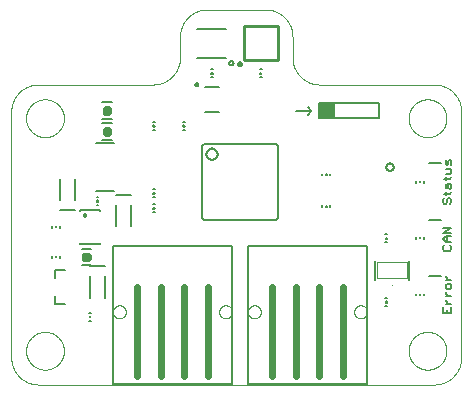
<source format=gto>
G75*
%MOIN*%
%OFA0B0*%
%FSLAX25Y25*%
%IPPOS*%
%LPD*%
%AMOC8*
5,1,8,0,0,1.08239X$1,22.5*
%
%ADD10C,0.00000*%
%ADD11C,0.00500*%
%ADD12C,0.01575*%
%ADD13C,0.00800*%
%ADD14C,0.00600*%
%ADD15R,0.01000X0.01000*%
%ADD16C,0.01200*%
%ADD17C,0.02400*%
%ADD18C,0.01000*%
%ADD19C,0.00039*%
%ADD20C,0.00295*%
D10*
X0014550Y0006924D02*
X0146550Y0006924D01*
X0146767Y0006927D01*
X0146985Y0006935D01*
X0147202Y0006948D01*
X0147419Y0006966D01*
X0147635Y0006990D01*
X0147850Y0007018D01*
X0148065Y0007052D01*
X0148279Y0007092D01*
X0148492Y0007136D01*
X0148704Y0007186D01*
X0148914Y0007240D01*
X0149124Y0007300D01*
X0149331Y0007364D01*
X0149537Y0007434D01*
X0149741Y0007509D01*
X0149944Y0007588D01*
X0150144Y0007673D01*
X0150343Y0007762D01*
X0150539Y0007856D01*
X0150733Y0007955D01*
X0150924Y0008058D01*
X0151113Y0008166D01*
X0151299Y0008279D01*
X0151482Y0008396D01*
X0151663Y0008517D01*
X0151840Y0008643D01*
X0152014Y0008773D01*
X0152186Y0008907D01*
X0152354Y0009045D01*
X0152518Y0009187D01*
X0152679Y0009334D01*
X0152837Y0009484D01*
X0152990Y0009637D01*
X0153140Y0009795D01*
X0153287Y0009956D01*
X0153429Y0010120D01*
X0153567Y0010288D01*
X0153701Y0010460D01*
X0153831Y0010634D01*
X0153957Y0010811D01*
X0154078Y0010992D01*
X0154195Y0011175D01*
X0154308Y0011361D01*
X0154416Y0011550D01*
X0154519Y0011741D01*
X0154618Y0011935D01*
X0154712Y0012131D01*
X0154801Y0012330D01*
X0154886Y0012530D01*
X0154965Y0012733D01*
X0155040Y0012937D01*
X0155110Y0013143D01*
X0155174Y0013350D01*
X0155234Y0013560D01*
X0155288Y0013770D01*
X0155338Y0013982D01*
X0155382Y0014195D01*
X0155422Y0014409D01*
X0155456Y0014624D01*
X0155484Y0014839D01*
X0155508Y0015055D01*
X0155526Y0015272D01*
X0155539Y0015489D01*
X0155547Y0015707D01*
X0155550Y0015924D01*
X0155550Y0097924D01*
X0155547Y0098141D01*
X0155539Y0098359D01*
X0155526Y0098576D01*
X0155508Y0098793D01*
X0155484Y0099009D01*
X0155456Y0099224D01*
X0155422Y0099439D01*
X0155382Y0099653D01*
X0155338Y0099866D01*
X0155288Y0100078D01*
X0155234Y0100288D01*
X0155174Y0100498D01*
X0155110Y0100705D01*
X0155040Y0100911D01*
X0154965Y0101115D01*
X0154886Y0101318D01*
X0154801Y0101518D01*
X0154712Y0101717D01*
X0154618Y0101913D01*
X0154519Y0102107D01*
X0154416Y0102298D01*
X0154308Y0102487D01*
X0154195Y0102673D01*
X0154078Y0102856D01*
X0153957Y0103037D01*
X0153831Y0103214D01*
X0153701Y0103388D01*
X0153567Y0103560D01*
X0153429Y0103728D01*
X0153287Y0103892D01*
X0153140Y0104053D01*
X0152990Y0104211D01*
X0152837Y0104364D01*
X0152679Y0104514D01*
X0152518Y0104661D01*
X0152354Y0104803D01*
X0152186Y0104941D01*
X0152014Y0105075D01*
X0151840Y0105205D01*
X0151663Y0105331D01*
X0151482Y0105452D01*
X0151299Y0105569D01*
X0151113Y0105682D01*
X0150924Y0105790D01*
X0150733Y0105893D01*
X0150539Y0105992D01*
X0150343Y0106086D01*
X0150144Y0106175D01*
X0149944Y0106260D01*
X0149741Y0106339D01*
X0149537Y0106414D01*
X0149331Y0106484D01*
X0149124Y0106548D01*
X0148914Y0106608D01*
X0148704Y0106662D01*
X0148492Y0106712D01*
X0148279Y0106756D01*
X0148065Y0106796D01*
X0147850Y0106830D01*
X0147635Y0106858D01*
X0147419Y0106882D01*
X0147202Y0106900D01*
X0146985Y0106913D01*
X0146767Y0106921D01*
X0146550Y0106924D01*
X0108300Y0106924D01*
X0108083Y0106927D01*
X0107865Y0106935D01*
X0107648Y0106948D01*
X0107431Y0106966D01*
X0107215Y0106990D01*
X0107000Y0107018D01*
X0106785Y0107052D01*
X0106571Y0107092D01*
X0106358Y0107136D01*
X0106146Y0107186D01*
X0105936Y0107240D01*
X0105726Y0107300D01*
X0105519Y0107364D01*
X0105313Y0107434D01*
X0105109Y0107509D01*
X0104906Y0107588D01*
X0104706Y0107673D01*
X0104507Y0107762D01*
X0104311Y0107856D01*
X0104117Y0107955D01*
X0103926Y0108058D01*
X0103737Y0108166D01*
X0103551Y0108279D01*
X0103368Y0108396D01*
X0103187Y0108517D01*
X0103010Y0108643D01*
X0102836Y0108773D01*
X0102664Y0108907D01*
X0102496Y0109045D01*
X0102332Y0109187D01*
X0102171Y0109334D01*
X0102013Y0109484D01*
X0101860Y0109637D01*
X0101710Y0109795D01*
X0101563Y0109956D01*
X0101421Y0110120D01*
X0101283Y0110288D01*
X0101149Y0110460D01*
X0101019Y0110634D01*
X0100893Y0110811D01*
X0100772Y0110992D01*
X0100655Y0111175D01*
X0100542Y0111361D01*
X0100434Y0111550D01*
X0100331Y0111741D01*
X0100232Y0111935D01*
X0100138Y0112131D01*
X0100049Y0112330D01*
X0099964Y0112530D01*
X0099885Y0112733D01*
X0099810Y0112937D01*
X0099740Y0113143D01*
X0099676Y0113350D01*
X0099616Y0113560D01*
X0099562Y0113770D01*
X0099512Y0113982D01*
X0099468Y0114195D01*
X0099428Y0114409D01*
X0099394Y0114624D01*
X0099366Y0114839D01*
X0099342Y0115055D01*
X0099324Y0115272D01*
X0099311Y0115489D01*
X0099303Y0115707D01*
X0099300Y0115924D01*
X0099300Y0122924D01*
X0099297Y0123141D01*
X0099289Y0123359D01*
X0099276Y0123576D01*
X0099258Y0123793D01*
X0099234Y0124009D01*
X0099206Y0124224D01*
X0099172Y0124439D01*
X0099132Y0124653D01*
X0099088Y0124866D01*
X0099038Y0125078D01*
X0098984Y0125288D01*
X0098924Y0125498D01*
X0098860Y0125705D01*
X0098790Y0125911D01*
X0098715Y0126115D01*
X0098636Y0126318D01*
X0098551Y0126518D01*
X0098462Y0126717D01*
X0098368Y0126913D01*
X0098269Y0127107D01*
X0098166Y0127298D01*
X0098058Y0127487D01*
X0097945Y0127673D01*
X0097828Y0127856D01*
X0097707Y0128037D01*
X0097581Y0128214D01*
X0097451Y0128388D01*
X0097317Y0128560D01*
X0097179Y0128728D01*
X0097037Y0128892D01*
X0096890Y0129053D01*
X0096740Y0129211D01*
X0096587Y0129364D01*
X0096429Y0129514D01*
X0096268Y0129661D01*
X0096104Y0129803D01*
X0095936Y0129941D01*
X0095764Y0130075D01*
X0095590Y0130205D01*
X0095413Y0130331D01*
X0095232Y0130452D01*
X0095049Y0130569D01*
X0094863Y0130682D01*
X0094674Y0130790D01*
X0094483Y0130893D01*
X0094289Y0130992D01*
X0094093Y0131086D01*
X0093894Y0131175D01*
X0093694Y0131260D01*
X0093491Y0131339D01*
X0093287Y0131414D01*
X0093081Y0131484D01*
X0092874Y0131548D01*
X0092664Y0131608D01*
X0092454Y0131662D01*
X0092242Y0131712D01*
X0092029Y0131756D01*
X0091815Y0131796D01*
X0091600Y0131830D01*
X0091385Y0131858D01*
X0091169Y0131882D01*
X0090952Y0131900D01*
X0090735Y0131913D01*
X0090517Y0131921D01*
X0090300Y0131924D01*
X0070800Y0131924D01*
X0070583Y0131921D01*
X0070365Y0131913D01*
X0070148Y0131900D01*
X0069931Y0131882D01*
X0069715Y0131858D01*
X0069500Y0131830D01*
X0069285Y0131796D01*
X0069071Y0131756D01*
X0068858Y0131712D01*
X0068646Y0131662D01*
X0068436Y0131608D01*
X0068226Y0131548D01*
X0068019Y0131484D01*
X0067813Y0131414D01*
X0067609Y0131339D01*
X0067406Y0131260D01*
X0067206Y0131175D01*
X0067007Y0131086D01*
X0066811Y0130992D01*
X0066617Y0130893D01*
X0066426Y0130790D01*
X0066237Y0130682D01*
X0066051Y0130569D01*
X0065868Y0130452D01*
X0065687Y0130331D01*
X0065510Y0130205D01*
X0065336Y0130075D01*
X0065164Y0129941D01*
X0064996Y0129803D01*
X0064832Y0129661D01*
X0064671Y0129514D01*
X0064513Y0129364D01*
X0064360Y0129211D01*
X0064210Y0129053D01*
X0064063Y0128892D01*
X0063921Y0128728D01*
X0063783Y0128560D01*
X0063649Y0128388D01*
X0063519Y0128214D01*
X0063393Y0128037D01*
X0063272Y0127856D01*
X0063155Y0127673D01*
X0063042Y0127487D01*
X0062934Y0127298D01*
X0062831Y0127107D01*
X0062732Y0126913D01*
X0062638Y0126717D01*
X0062549Y0126518D01*
X0062464Y0126318D01*
X0062385Y0126115D01*
X0062310Y0125911D01*
X0062240Y0125705D01*
X0062176Y0125498D01*
X0062116Y0125288D01*
X0062062Y0125078D01*
X0062012Y0124866D01*
X0061968Y0124653D01*
X0061928Y0124439D01*
X0061894Y0124224D01*
X0061866Y0124009D01*
X0061842Y0123793D01*
X0061824Y0123576D01*
X0061811Y0123359D01*
X0061803Y0123141D01*
X0061800Y0122924D01*
X0061800Y0115924D01*
X0061797Y0115707D01*
X0061789Y0115489D01*
X0061776Y0115272D01*
X0061758Y0115055D01*
X0061734Y0114839D01*
X0061706Y0114624D01*
X0061672Y0114409D01*
X0061632Y0114195D01*
X0061588Y0113982D01*
X0061538Y0113770D01*
X0061484Y0113560D01*
X0061424Y0113350D01*
X0061360Y0113143D01*
X0061290Y0112937D01*
X0061215Y0112733D01*
X0061136Y0112530D01*
X0061051Y0112330D01*
X0060962Y0112131D01*
X0060868Y0111935D01*
X0060769Y0111741D01*
X0060666Y0111550D01*
X0060558Y0111361D01*
X0060445Y0111175D01*
X0060328Y0110992D01*
X0060207Y0110811D01*
X0060081Y0110634D01*
X0059951Y0110460D01*
X0059817Y0110288D01*
X0059679Y0110120D01*
X0059537Y0109956D01*
X0059390Y0109795D01*
X0059240Y0109637D01*
X0059087Y0109484D01*
X0058929Y0109334D01*
X0058768Y0109187D01*
X0058604Y0109045D01*
X0058436Y0108907D01*
X0058264Y0108773D01*
X0058090Y0108643D01*
X0057913Y0108517D01*
X0057732Y0108396D01*
X0057549Y0108279D01*
X0057363Y0108166D01*
X0057174Y0108058D01*
X0056983Y0107955D01*
X0056789Y0107856D01*
X0056593Y0107762D01*
X0056394Y0107673D01*
X0056194Y0107588D01*
X0055991Y0107509D01*
X0055787Y0107434D01*
X0055581Y0107364D01*
X0055374Y0107300D01*
X0055164Y0107240D01*
X0054954Y0107186D01*
X0054742Y0107136D01*
X0054529Y0107092D01*
X0054315Y0107052D01*
X0054100Y0107018D01*
X0053885Y0106990D01*
X0053669Y0106966D01*
X0053452Y0106948D01*
X0053235Y0106935D01*
X0053017Y0106927D01*
X0052800Y0106924D01*
X0014550Y0106924D01*
X0014333Y0106921D01*
X0014115Y0106913D01*
X0013898Y0106900D01*
X0013681Y0106882D01*
X0013465Y0106858D01*
X0013250Y0106830D01*
X0013035Y0106796D01*
X0012821Y0106756D01*
X0012608Y0106712D01*
X0012396Y0106662D01*
X0012186Y0106608D01*
X0011976Y0106548D01*
X0011769Y0106484D01*
X0011563Y0106414D01*
X0011359Y0106339D01*
X0011156Y0106260D01*
X0010956Y0106175D01*
X0010757Y0106086D01*
X0010561Y0105992D01*
X0010367Y0105893D01*
X0010176Y0105790D01*
X0009987Y0105682D01*
X0009801Y0105569D01*
X0009618Y0105452D01*
X0009437Y0105331D01*
X0009260Y0105205D01*
X0009086Y0105075D01*
X0008914Y0104941D01*
X0008746Y0104803D01*
X0008582Y0104661D01*
X0008421Y0104514D01*
X0008263Y0104364D01*
X0008110Y0104211D01*
X0007960Y0104053D01*
X0007813Y0103892D01*
X0007671Y0103728D01*
X0007533Y0103560D01*
X0007399Y0103388D01*
X0007269Y0103214D01*
X0007143Y0103037D01*
X0007022Y0102856D01*
X0006905Y0102673D01*
X0006792Y0102487D01*
X0006684Y0102298D01*
X0006581Y0102107D01*
X0006482Y0101913D01*
X0006388Y0101717D01*
X0006299Y0101518D01*
X0006214Y0101318D01*
X0006135Y0101115D01*
X0006060Y0100911D01*
X0005990Y0100705D01*
X0005926Y0100498D01*
X0005866Y0100288D01*
X0005812Y0100078D01*
X0005762Y0099866D01*
X0005718Y0099653D01*
X0005678Y0099439D01*
X0005644Y0099224D01*
X0005616Y0099009D01*
X0005592Y0098793D01*
X0005574Y0098576D01*
X0005561Y0098359D01*
X0005553Y0098141D01*
X0005550Y0097924D01*
X0005550Y0015924D01*
X0005553Y0015707D01*
X0005561Y0015489D01*
X0005574Y0015272D01*
X0005592Y0015055D01*
X0005616Y0014839D01*
X0005644Y0014624D01*
X0005678Y0014409D01*
X0005718Y0014195D01*
X0005762Y0013982D01*
X0005812Y0013770D01*
X0005866Y0013560D01*
X0005926Y0013350D01*
X0005990Y0013143D01*
X0006060Y0012937D01*
X0006135Y0012733D01*
X0006214Y0012530D01*
X0006299Y0012330D01*
X0006388Y0012131D01*
X0006482Y0011935D01*
X0006581Y0011741D01*
X0006684Y0011550D01*
X0006792Y0011361D01*
X0006905Y0011175D01*
X0007022Y0010992D01*
X0007143Y0010811D01*
X0007269Y0010634D01*
X0007399Y0010460D01*
X0007533Y0010288D01*
X0007671Y0010120D01*
X0007813Y0009956D01*
X0007960Y0009795D01*
X0008110Y0009637D01*
X0008263Y0009484D01*
X0008421Y0009334D01*
X0008582Y0009187D01*
X0008746Y0009045D01*
X0008914Y0008907D01*
X0009086Y0008773D01*
X0009260Y0008643D01*
X0009437Y0008517D01*
X0009618Y0008396D01*
X0009801Y0008279D01*
X0009987Y0008166D01*
X0010176Y0008058D01*
X0010367Y0007955D01*
X0010561Y0007856D01*
X0010757Y0007762D01*
X0010956Y0007673D01*
X0011156Y0007588D01*
X0011359Y0007509D01*
X0011563Y0007434D01*
X0011769Y0007364D01*
X0011976Y0007300D01*
X0012186Y0007240D01*
X0012396Y0007186D01*
X0012608Y0007136D01*
X0012821Y0007092D01*
X0013035Y0007052D01*
X0013250Y0007018D01*
X0013465Y0006990D01*
X0013681Y0006966D01*
X0013898Y0006948D01*
X0014115Y0006935D01*
X0014333Y0006927D01*
X0014550Y0006924D01*
X0010501Y0018174D02*
X0010503Y0018332D01*
X0010509Y0018490D01*
X0010519Y0018648D01*
X0010533Y0018806D01*
X0010551Y0018963D01*
X0010572Y0019120D01*
X0010598Y0019276D01*
X0010628Y0019432D01*
X0010661Y0019587D01*
X0010699Y0019740D01*
X0010740Y0019893D01*
X0010785Y0020045D01*
X0010834Y0020196D01*
X0010887Y0020345D01*
X0010943Y0020493D01*
X0011003Y0020639D01*
X0011067Y0020784D01*
X0011135Y0020927D01*
X0011206Y0021069D01*
X0011280Y0021209D01*
X0011358Y0021346D01*
X0011440Y0021482D01*
X0011524Y0021616D01*
X0011613Y0021747D01*
X0011704Y0021876D01*
X0011799Y0022003D01*
X0011896Y0022128D01*
X0011997Y0022250D01*
X0012101Y0022369D01*
X0012208Y0022486D01*
X0012318Y0022600D01*
X0012431Y0022711D01*
X0012546Y0022820D01*
X0012664Y0022925D01*
X0012785Y0023027D01*
X0012908Y0023127D01*
X0013034Y0023223D01*
X0013162Y0023316D01*
X0013292Y0023406D01*
X0013425Y0023492D01*
X0013560Y0023576D01*
X0013696Y0023655D01*
X0013835Y0023732D01*
X0013976Y0023804D01*
X0014118Y0023874D01*
X0014262Y0023939D01*
X0014408Y0024001D01*
X0014555Y0024059D01*
X0014704Y0024114D01*
X0014854Y0024165D01*
X0015005Y0024212D01*
X0015157Y0024255D01*
X0015310Y0024294D01*
X0015465Y0024330D01*
X0015620Y0024361D01*
X0015776Y0024389D01*
X0015932Y0024413D01*
X0016089Y0024433D01*
X0016247Y0024449D01*
X0016404Y0024461D01*
X0016563Y0024469D01*
X0016721Y0024473D01*
X0016879Y0024473D01*
X0017037Y0024469D01*
X0017196Y0024461D01*
X0017353Y0024449D01*
X0017511Y0024433D01*
X0017668Y0024413D01*
X0017824Y0024389D01*
X0017980Y0024361D01*
X0018135Y0024330D01*
X0018290Y0024294D01*
X0018443Y0024255D01*
X0018595Y0024212D01*
X0018746Y0024165D01*
X0018896Y0024114D01*
X0019045Y0024059D01*
X0019192Y0024001D01*
X0019338Y0023939D01*
X0019482Y0023874D01*
X0019624Y0023804D01*
X0019765Y0023732D01*
X0019904Y0023655D01*
X0020040Y0023576D01*
X0020175Y0023492D01*
X0020308Y0023406D01*
X0020438Y0023316D01*
X0020566Y0023223D01*
X0020692Y0023127D01*
X0020815Y0023027D01*
X0020936Y0022925D01*
X0021054Y0022820D01*
X0021169Y0022711D01*
X0021282Y0022600D01*
X0021392Y0022486D01*
X0021499Y0022369D01*
X0021603Y0022250D01*
X0021704Y0022128D01*
X0021801Y0022003D01*
X0021896Y0021876D01*
X0021987Y0021747D01*
X0022076Y0021616D01*
X0022160Y0021482D01*
X0022242Y0021346D01*
X0022320Y0021209D01*
X0022394Y0021069D01*
X0022465Y0020927D01*
X0022533Y0020784D01*
X0022597Y0020639D01*
X0022657Y0020493D01*
X0022713Y0020345D01*
X0022766Y0020196D01*
X0022815Y0020045D01*
X0022860Y0019893D01*
X0022901Y0019740D01*
X0022939Y0019587D01*
X0022972Y0019432D01*
X0023002Y0019276D01*
X0023028Y0019120D01*
X0023049Y0018963D01*
X0023067Y0018806D01*
X0023081Y0018648D01*
X0023091Y0018490D01*
X0023097Y0018332D01*
X0023099Y0018174D01*
X0023097Y0018016D01*
X0023091Y0017858D01*
X0023081Y0017700D01*
X0023067Y0017542D01*
X0023049Y0017385D01*
X0023028Y0017228D01*
X0023002Y0017072D01*
X0022972Y0016916D01*
X0022939Y0016761D01*
X0022901Y0016608D01*
X0022860Y0016455D01*
X0022815Y0016303D01*
X0022766Y0016152D01*
X0022713Y0016003D01*
X0022657Y0015855D01*
X0022597Y0015709D01*
X0022533Y0015564D01*
X0022465Y0015421D01*
X0022394Y0015279D01*
X0022320Y0015139D01*
X0022242Y0015002D01*
X0022160Y0014866D01*
X0022076Y0014732D01*
X0021987Y0014601D01*
X0021896Y0014472D01*
X0021801Y0014345D01*
X0021704Y0014220D01*
X0021603Y0014098D01*
X0021499Y0013979D01*
X0021392Y0013862D01*
X0021282Y0013748D01*
X0021169Y0013637D01*
X0021054Y0013528D01*
X0020936Y0013423D01*
X0020815Y0013321D01*
X0020692Y0013221D01*
X0020566Y0013125D01*
X0020438Y0013032D01*
X0020308Y0012942D01*
X0020175Y0012856D01*
X0020040Y0012772D01*
X0019904Y0012693D01*
X0019765Y0012616D01*
X0019624Y0012544D01*
X0019482Y0012474D01*
X0019338Y0012409D01*
X0019192Y0012347D01*
X0019045Y0012289D01*
X0018896Y0012234D01*
X0018746Y0012183D01*
X0018595Y0012136D01*
X0018443Y0012093D01*
X0018290Y0012054D01*
X0018135Y0012018D01*
X0017980Y0011987D01*
X0017824Y0011959D01*
X0017668Y0011935D01*
X0017511Y0011915D01*
X0017353Y0011899D01*
X0017196Y0011887D01*
X0017037Y0011879D01*
X0016879Y0011875D01*
X0016721Y0011875D01*
X0016563Y0011879D01*
X0016404Y0011887D01*
X0016247Y0011899D01*
X0016089Y0011915D01*
X0015932Y0011935D01*
X0015776Y0011959D01*
X0015620Y0011987D01*
X0015465Y0012018D01*
X0015310Y0012054D01*
X0015157Y0012093D01*
X0015005Y0012136D01*
X0014854Y0012183D01*
X0014704Y0012234D01*
X0014555Y0012289D01*
X0014408Y0012347D01*
X0014262Y0012409D01*
X0014118Y0012474D01*
X0013976Y0012544D01*
X0013835Y0012616D01*
X0013696Y0012693D01*
X0013560Y0012772D01*
X0013425Y0012856D01*
X0013292Y0012942D01*
X0013162Y0013032D01*
X0013034Y0013125D01*
X0012908Y0013221D01*
X0012785Y0013321D01*
X0012664Y0013423D01*
X0012546Y0013528D01*
X0012431Y0013637D01*
X0012318Y0013748D01*
X0012208Y0013862D01*
X0012101Y0013979D01*
X0011997Y0014098D01*
X0011896Y0014220D01*
X0011799Y0014345D01*
X0011704Y0014472D01*
X0011613Y0014601D01*
X0011524Y0014732D01*
X0011440Y0014866D01*
X0011358Y0015002D01*
X0011280Y0015139D01*
X0011206Y0015279D01*
X0011135Y0015421D01*
X0011067Y0015564D01*
X0011003Y0015709D01*
X0010943Y0015855D01*
X0010887Y0016003D01*
X0010834Y0016152D01*
X0010785Y0016303D01*
X0010740Y0016455D01*
X0010699Y0016608D01*
X0010661Y0016761D01*
X0010628Y0016916D01*
X0010598Y0017072D01*
X0010572Y0017228D01*
X0010551Y0017385D01*
X0010533Y0017542D01*
X0010519Y0017700D01*
X0010509Y0017858D01*
X0010503Y0018016D01*
X0010501Y0018174D01*
X0039418Y0031156D02*
X0039420Y0031249D01*
X0039426Y0031341D01*
X0039436Y0031433D01*
X0039450Y0031524D01*
X0039467Y0031615D01*
X0039489Y0031705D01*
X0039514Y0031794D01*
X0039543Y0031882D01*
X0039576Y0031968D01*
X0039613Y0032053D01*
X0039653Y0032137D01*
X0039697Y0032218D01*
X0039744Y0032298D01*
X0039794Y0032376D01*
X0039848Y0032451D01*
X0039905Y0032524D01*
X0039965Y0032594D01*
X0040028Y0032662D01*
X0040094Y0032727D01*
X0040162Y0032789D01*
X0040233Y0032849D01*
X0040307Y0032905D01*
X0040383Y0032958D01*
X0040461Y0033007D01*
X0040541Y0033054D01*
X0040623Y0033096D01*
X0040707Y0033136D01*
X0040792Y0033171D01*
X0040879Y0033203D01*
X0040967Y0033232D01*
X0041056Y0033256D01*
X0041146Y0033277D01*
X0041237Y0033293D01*
X0041329Y0033306D01*
X0041421Y0033315D01*
X0041514Y0033320D01*
X0041606Y0033321D01*
X0041699Y0033318D01*
X0041791Y0033311D01*
X0041883Y0033300D01*
X0041974Y0033285D01*
X0042065Y0033267D01*
X0042155Y0033244D01*
X0042243Y0033218D01*
X0042331Y0033188D01*
X0042417Y0033154D01*
X0042501Y0033117D01*
X0042584Y0033075D01*
X0042665Y0033031D01*
X0042745Y0032983D01*
X0042822Y0032932D01*
X0042896Y0032877D01*
X0042969Y0032819D01*
X0043039Y0032759D01*
X0043106Y0032695D01*
X0043170Y0032629D01*
X0043232Y0032559D01*
X0043290Y0032488D01*
X0043345Y0032414D01*
X0043397Y0032337D01*
X0043446Y0032258D01*
X0043492Y0032178D01*
X0043534Y0032095D01*
X0043572Y0032011D01*
X0043607Y0031925D01*
X0043638Y0031838D01*
X0043665Y0031750D01*
X0043688Y0031660D01*
X0043708Y0031570D01*
X0043724Y0031479D01*
X0043736Y0031387D01*
X0043744Y0031295D01*
X0043748Y0031202D01*
X0043748Y0031110D01*
X0043744Y0031017D01*
X0043736Y0030925D01*
X0043724Y0030833D01*
X0043708Y0030742D01*
X0043688Y0030652D01*
X0043665Y0030562D01*
X0043638Y0030474D01*
X0043607Y0030387D01*
X0043572Y0030301D01*
X0043534Y0030217D01*
X0043492Y0030134D01*
X0043446Y0030054D01*
X0043397Y0029975D01*
X0043345Y0029898D01*
X0043290Y0029824D01*
X0043232Y0029753D01*
X0043170Y0029683D01*
X0043106Y0029617D01*
X0043039Y0029553D01*
X0042969Y0029493D01*
X0042896Y0029435D01*
X0042822Y0029380D01*
X0042745Y0029329D01*
X0042666Y0029281D01*
X0042584Y0029237D01*
X0042501Y0029195D01*
X0042417Y0029158D01*
X0042331Y0029124D01*
X0042243Y0029094D01*
X0042155Y0029068D01*
X0042065Y0029045D01*
X0041974Y0029027D01*
X0041883Y0029012D01*
X0041791Y0029001D01*
X0041699Y0028994D01*
X0041606Y0028991D01*
X0041514Y0028992D01*
X0041421Y0028997D01*
X0041329Y0029006D01*
X0041237Y0029019D01*
X0041146Y0029035D01*
X0041056Y0029056D01*
X0040967Y0029080D01*
X0040879Y0029109D01*
X0040792Y0029141D01*
X0040707Y0029176D01*
X0040623Y0029216D01*
X0040541Y0029258D01*
X0040461Y0029305D01*
X0040383Y0029354D01*
X0040307Y0029407D01*
X0040233Y0029463D01*
X0040162Y0029523D01*
X0040094Y0029585D01*
X0040028Y0029650D01*
X0039965Y0029718D01*
X0039905Y0029788D01*
X0039848Y0029861D01*
X0039794Y0029936D01*
X0039744Y0030014D01*
X0039697Y0030094D01*
X0039653Y0030175D01*
X0039613Y0030259D01*
X0039576Y0030344D01*
X0039543Y0030430D01*
X0039514Y0030518D01*
X0039489Y0030607D01*
X0039467Y0030697D01*
X0039450Y0030788D01*
X0039436Y0030879D01*
X0039426Y0030971D01*
X0039420Y0031063D01*
X0039418Y0031156D01*
X0074852Y0031156D02*
X0074854Y0031249D01*
X0074860Y0031341D01*
X0074870Y0031433D01*
X0074884Y0031524D01*
X0074901Y0031615D01*
X0074923Y0031705D01*
X0074948Y0031794D01*
X0074977Y0031882D01*
X0075010Y0031968D01*
X0075047Y0032053D01*
X0075087Y0032137D01*
X0075131Y0032218D01*
X0075178Y0032298D01*
X0075228Y0032376D01*
X0075282Y0032451D01*
X0075339Y0032524D01*
X0075399Y0032594D01*
X0075462Y0032662D01*
X0075528Y0032727D01*
X0075596Y0032789D01*
X0075667Y0032849D01*
X0075741Y0032905D01*
X0075817Y0032958D01*
X0075895Y0033007D01*
X0075975Y0033054D01*
X0076057Y0033096D01*
X0076141Y0033136D01*
X0076226Y0033171D01*
X0076313Y0033203D01*
X0076401Y0033232D01*
X0076490Y0033256D01*
X0076580Y0033277D01*
X0076671Y0033293D01*
X0076763Y0033306D01*
X0076855Y0033315D01*
X0076948Y0033320D01*
X0077040Y0033321D01*
X0077133Y0033318D01*
X0077225Y0033311D01*
X0077317Y0033300D01*
X0077408Y0033285D01*
X0077499Y0033267D01*
X0077589Y0033244D01*
X0077677Y0033218D01*
X0077765Y0033188D01*
X0077851Y0033154D01*
X0077935Y0033117D01*
X0078018Y0033075D01*
X0078099Y0033031D01*
X0078179Y0032983D01*
X0078256Y0032932D01*
X0078330Y0032877D01*
X0078403Y0032819D01*
X0078473Y0032759D01*
X0078540Y0032695D01*
X0078604Y0032629D01*
X0078666Y0032559D01*
X0078724Y0032488D01*
X0078779Y0032414D01*
X0078831Y0032337D01*
X0078880Y0032258D01*
X0078926Y0032178D01*
X0078968Y0032095D01*
X0079006Y0032011D01*
X0079041Y0031925D01*
X0079072Y0031838D01*
X0079099Y0031750D01*
X0079122Y0031660D01*
X0079142Y0031570D01*
X0079158Y0031479D01*
X0079170Y0031387D01*
X0079178Y0031295D01*
X0079182Y0031202D01*
X0079182Y0031110D01*
X0079178Y0031017D01*
X0079170Y0030925D01*
X0079158Y0030833D01*
X0079142Y0030742D01*
X0079122Y0030652D01*
X0079099Y0030562D01*
X0079072Y0030474D01*
X0079041Y0030387D01*
X0079006Y0030301D01*
X0078968Y0030217D01*
X0078926Y0030134D01*
X0078880Y0030054D01*
X0078831Y0029975D01*
X0078779Y0029898D01*
X0078724Y0029824D01*
X0078666Y0029753D01*
X0078604Y0029683D01*
X0078540Y0029617D01*
X0078473Y0029553D01*
X0078403Y0029493D01*
X0078330Y0029435D01*
X0078256Y0029380D01*
X0078179Y0029329D01*
X0078100Y0029281D01*
X0078018Y0029237D01*
X0077935Y0029195D01*
X0077851Y0029158D01*
X0077765Y0029124D01*
X0077677Y0029094D01*
X0077589Y0029068D01*
X0077499Y0029045D01*
X0077408Y0029027D01*
X0077317Y0029012D01*
X0077225Y0029001D01*
X0077133Y0028994D01*
X0077040Y0028991D01*
X0076948Y0028992D01*
X0076855Y0028997D01*
X0076763Y0029006D01*
X0076671Y0029019D01*
X0076580Y0029035D01*
X0076490Y0029056D01*
X0076401Y0029080D01*
X0076313Y0029109D01*
X0076226Y0029141D01*
X0076141Y0029176D01*
X0076057Y0029216D01*
X0075975Y0029258D01*
X0075895Y0029305D01*
X0075817Y0029354D01*
X0075741Y0029407D01*
X0075667Y0029463D01*
X0075596Y0029523D01*
X0075528Y0029585D01*
X0075462Y0029650D01*
X0075399Y0029718D01*
X0075339Y0029788D01*
X0075282Y0029861D01*
X0075228Y0029936D01*
X0075178Y0030014D01*
X0075131Y0030094D01*
X0075087Y0030175D01*
X0075047Y0030259D01*
X0075010Y0030344D01*
X0074977Y0030430D01*
X0074948Y0030518D01*
X0074923Y0030607D01*
X0074901Y0030697D01*
X0074884Y0030788D01*
X0074870Y0030879D01*
X0074860Y0030971D01*
X0074854Y0031063D01*
X0074852Y0031156D01*
X0084418Y0031156D02*
X0084420Y0031249D01*
X0084426Y0031341D01*
X0084436Y0031433D01*
X0084450Y0031524D01*
X0084467Y0031615D01*
X0084489Y0031705D01*
X0084514Y0031794D01*
X0084543Y0031882D01*
X0084576Y0031968D01*
X0084613Y0032053D01*
X0084653Y0032137D01*
X0084697Y0032218D01*
X0084744Y0032298D01*
X0084794Y0032376D01*
X0084848Y0032451D01*
X0084905Y0032524D01*
X0084965Y0032594D01*
X0085028Y0032662D01*
X0085094Y0032727D01*
X0085162Y0032789D01*
X0085233Y0032849D01*
X0085307Y0032905D01*
X0085383Y0032958D01*
X0085461Y0033007D01*
X0085541Y0033054D01*
X0085623Y0033096D01*
X0085707Y0033136D01*
X0085792Y0033171D01*
X0085879Y0033203D01*
X0085967Y0033232D01*
X0086056Y0033256D01*
X0086146Y0033277D01*
X0086237Y0033293D01*
X0086329Y0033306D01*
X0086421Y0033315D01*
X0086514Y0033320D01*
X0086606Y0033321D01*
X0086699Y0033318D01*
X0086791Y0033311D01*
X0086883Y0033300D01*
X0086974Y0033285D01*
X0087065Y0033267D01*
X0087155Y0033244D01*
X0087243Y0033218D01*
X0087331Y0033188D01*
X0087417Y0033154D01*
X0087501Y0033117D01*
X0087584Y0033075D01*
X0087665Y0033031D01*
X0087745Y0032983D01*
X0087822Y0032932D01*
X0087896Y0032877D01*
X0087969Y0032819D01*
X0088039Y0032759D01*
X0088106Y0032695D01*
X0088170Y0032629D01*
X0088232Y0032559D01*
X0088290Y0032488D01*
X0088345Y0032414D01*
X0088397Y0032337D01*
X0088446Y0032258D01*
X0088492Y0032178D01*
X0088534Y0032095D01*
X0088572Y0032011D01*
X0088607Y0031925D01*
X0088638Y0031838D01*
X0088665Y0031750D01*
X0088688Y0031660D01*
X0088708Y0031570D01*
X0088724Y0031479D01*
X0088736Y0031387D01*
X0088744Y0031295D01*
X0088748Y0031202D01*
X0088748Y0031110D01*
X0088744Y0031017D01*
X0088736Y0030925D01*
X0088724Y0030833D01*
X0088708Y0030742D01*
X0088688Y0030652D01*
X0088665Y0030562D01*
X0088638Y0030474D01*
X0088607Y0030387D01*
X0088572Y0030301D01*
X0088534Y0030217D01*
X0088492Y0030134D01*
X0088446Y0030054D01*
X0088397Y0029975D01*
X0088345Y0029898D01*
X0088290Y0029824D01*
X0088232Y0029753D01*
X0088170Y0029683D01*
X0088106Y0029617D01*
X0088039Y0029553D01*
X0087969Y0029493D01*
X0087896Y0029435D01*
X0087822Y0029380D01*
X0087745Y0029329D01*
X0087666Y0029281D01*
X0087584Y0029237D01*
X0087501Y0029195D01*
X0087417Y0029158D01*
X0087331Y0029124D01*
X0087243Y0029094D01*
X0087155Y0029068D01*
X0087065Y0029045D01*
X0086974Y0029027D01*
X0086883Y0029012D01*
X0086791Y0029001D01*
X0086699Y0028994D01*
X0086606Y0028991D01*
X0086514Y0028992D01*
X0086421Y0028997D01*
X0086329Y0029006D01*
X0086237Y0029019D01*
X0086146Y0029035D01*
X0086056Y0029056D01*
X0085967Y0029080D01*
X0085879Y0029109D01*
X0085792Y0029141D01*
X0085707Y0029176D01*
X0085623Y0029216D01*
X0085541Y0029258D01*
X0085461Y0029305D01*
X0085383Y0029354D01*
X0085307Y0029407D01*
X0085233Y0029463D01*
X0085162Y0029523D01*
X0085094Y0029585D01*
X0085028Y0029650D01*
X0084965Y0029718D01*
X0084905Y0029788D01*
X0084848Y0029861D01*
X0084794Y0029936D01*
X0084744Y0030014D01*
X0084697Y0030094D01*
X0084653Y0030175D01*
X0084613Y0030259D01*
X0084576Y0030344D01*
X0084543Y0030430D01*
X0084514Y0030518D01*
X0084489Y0030607D01*
X0084467Y0030697D01*
X0084450Y0030788D01*
X0084436Y0030879D01*
X0084426Y0030971D01*
X0084420Y0031063D01*
X0084418Y0031156D01*
X0119852Y0031156D02*
X0119854Y0031249D01*
X0119860Y0031341D01*
X0119870Y0031433D01*
X0119884Y0031524D01*
X0119901Y0031615D01*
X0119923Y0031705D01*
X0119948Y0031794D01*
X0119977Y0031882D01*
X0120010Y0031968D01*
X0120047Y0032053D01*
X0120087Y0032137D01*
X0120131Y0032218D01*
X0120178Y0032298D01*
X0120228Y0032376D01*
X0120282Y0032451D01*
X0120339Y0032524D01*
X0120399Y0032594D01*
X0120462Y0032662D01*
X0120528Y0032727D01*
X0120596Y0032789D01*
X0120667Y0032849D01*
X0120741Y0032905D01*
X0120817Y0032958D01*
X0120895Y0033007D01*
X0120975Y0033054D01*
X0121057Y0033096D01*
X0121141Y0033136D01*
X0121226Y0033171D01*
X0121313Y0033203D01*
X0121401Y0033232D01*
X0121490Y0033256D01*
X0121580Y0033277D01*
X0121671Y0033293D01*
X0121763Y0033306D01*
X0121855Y0033315D01*
X0121948Y0033320D01*
X0122040Y0033321D01*
X0122133Y0033318D01*
X0122225Y0033311D01*
X0122317Y0033300D01*
X0122408Y0033285D01*
X0122499Y0033267D01*
X0122589Y0033244D01*
X0122677Y0033218D01*
X0122765Y0033188D01*
X0122851Y0033154D01*
X0122935Y0033117D01*
X0123018Y0033075D01*
X0123099Y0033031D01*
X0123179Y0032983D01*
X0123256Y0032932D01*
X0123330Y0032877D01*
X0123403Y0032819D01*
X0123473Y0032759D01*
X0123540Y0032695D01*
X0123604Y0032629D01*
X0123666Y0032559D01*
X0123724Y0032488D01*
X0123779Y0032414D01*
X0123831Y0032337D01*
X0123880Y0032258D01*
X0123926Y0032178D01*
X0123968Y0032095D01*
X0124006Y0032011D01*
X0124041Y0031925D01*
X0124072Y0031838D01*
X0124099Y0031750D01*
X0124122Y0031660D01*
X0124142Y0031570D01*
X0124158Y0031479D01*
X0124170Y0031387D01*
X0124178Y0031295D01*
X0124182Y0031202D01*
X0124182Y0031110D01*
X0124178Y0031017D01*
X0124170Y0030925D01*
X0124158Y0030833D01*
X0124142Y0030742D01*
X0124122Y0030652D01*
X0124099Y0030562D01*
X0124072Y0030474D01*
X0124041Y0030387D01*
X0124006Y0030301D01*
X0123968Y0030217D01*
X0123926Y0030134D01*
X0123880Y0030054D01*
X0123831Y0029975D01*
X0123779Y0029898D01*
X0123724Y0029824D01*
X0123666Y0029753D01*
X0123604Y0029683D01*
X0123540Y0029617D01*
X0123473Y0029553D01*
X0123403Y0029493D01*
X0123330Y0029435D01*
X0123256Y0029380D01*
X0123179Y0029329D01*
X0123100Y0029281D01*
X0123018Y0029237D01*
X0122935Y0029195D01*
X0122851Y0029158D01*
X0122765Y0029124D01*
X0122677Y0029094D01*
X0122589Y0029068D01*
X0122499Y0029045D01*
X0122408Y0029027D01*
X0122317Y0029012D01*
X0122225Y0029001D01*
X0122133Y0028994D01*
X0122040Y0028991D01*
X0121948Y0028992D01*
X0121855Y0028997D01*
X0121763Y0029006D01*
X0121671Y0029019D01*
X0121580Y0029035D01*
X0121490Y0029056D01*
X0121401Y0029080D01*
X0121313Y0029109D01*
X0121226Y0029141D01*
X0121141Y0029176D01*
X0121057Y0029216D01*
X0120975Y0029258D01*
X0120895Y0029305D01*
X0120817Y0029354D01*
X0120741Y0029407D01*
X0120667Y0029463D01*
X0120596Y0029523D01*
X0120528Y0029585D01*
X0120462Y0029650D01*
X0120399Y0029718D01*
X0120339Y0029788D01*
X0120282Y0029861D01*
X0120228Y0029936D01*
X0120178Y0030014D01*
X0120131Y0030094D01*
X0120087Y0030175D01*
X0120047Y0030259D01*
X0120010Y0030344D01*
X0119977Y0030430D01*
X0119948Y0030518D01*
X0119923Y0030607D01*
X0119901Y0030697D01*
X0119884Y0030788D01*
X0119870Y0030879D01*
X0119860Y0030971D01*
X0119854Y0031063D01*
X0119852Y0031156D01*
X0138001Y0018174D02*
X0138003Y0018332D01*
X0138009Y0018490D01*
X0138019Y0018648D01*
X0138033Y0018806D01*
X0138051Y0018963D01*
X0138072Y0019120D01*
X0138098Y0019276D01*
X0138128Y0019432D01*
X0138161Y0019587D01*
X0138199Y0019740D01*
X0138240Y0019893D01*
X0138285Y0020045D01*
X0138334Y0020196D01*
X0138387Y0020345D01*
X0138443Y0020493D01*
X0138503Y0020639D01*
X0138567Y0020784D01*
X0138635Y0020927D01*
X0138706Y0021069D01*
X0138780Y0021209D01*
X0138858Y0021346D01*
X0138940Y0021482D01*
X0139024Y0021616D01*
X0139113Y0021747D01*
X0139204Y0021876D01*
X0139299Y0022003D01*
X0139396Y0022128D01*
X0139497Y0022250D01*
X0139601Y0022369D01*
X0139708Y0022486D01*
X0139818Y0022600D01*
X0139931Y0022711D01*
X0140046Y0022820D01*
X0140164Y0022925D01*
X0140285Y0023027D01*
X0140408Y0023127D01*
X0140534Y0023223D01*
X0140662Y0023316D01*
X0140792Y0023406D01*
X0140925Y0023492D01*
X0141060Y0023576D01*
X0141196Y0023655D01*
X0141335Y0023732D01*
X0141476Y0023804D01*
X0141618Y0023874D01*
X0141762Y0023939D01*
X0141908Y0024001D01*
X0142055Y0024059D01*
X0142204Y0024114D01*
X0142354Y0024165D01*
X0142505Y0024212D01*
X0142657Y0024255D01*
X0142810Y0024294D01*
X0142965Y0024330D01*
X0143120Y0024361D01*
X0143276Y0024389D01*
X0143432Y0024413D01*
X0143589Y0024433D01*
X0143747Y0024449D01*
X0143904Y0024461D01*
X0144063Y0024469D01*
X0144221Y0024473D01*
X0144379Y0024473D01*
X0144537Y0024469D01*
X0144696Y0024461D01*
X0144853Y0024449D01*
X0145011Y0024433D01*
X0145168Y0024413D01*
X0145324Y0024389D01*
X0145480Y0024361D01*
X0145635Y0024330D01*
X0145790Y0024294D01*
X0145943Y0024255D01*
X0146095Y0024212D01*
X0146246Y0024165D01*
X0146396Y0024114D01*
X0146545Y0024059D01*
X0146692Y0024001D01*
X0146838Y0023939D01*
X0146982Y0023874D01*
X0147124Y0023804D01*
X0147265Y0023732D01*
X0147404Y0023655D01*
X0147540Y0023576D01*
X0147675Y0023492D01*
X0147808Y0023406D01*
X0147938Y0023316D01*
X0148066Y0023223D01*
X0148192Y0023127D01*
X0148315Y0023027D01*
X0148436Y0022925D01*
X0148554Y0022820D01*
X0148669Y0022711D01*
X0148782Y0022600D01*
X0148892Y0022486D01*
X0148999Y0022369D01*
X0149103Y0022250D01*
X0149204Y0022128D01*
X0149301Y0022003D01*
X0149396Y0021876D01*
X0149487Y0021747D01*
X0149576Y0021616D01*
X0149660Y0021482D01*
X0149742Y0021346D01*
X0149820Y0021209D01*
X0149894Y0021069D01*
X0149965Y0020927D01*
X0150033Y0020784D01*
X0150097Y0020639D01*
X0150157Y0020493D01*
X0150213Y0020345D01*
X0150266Y0020196D01*
X0150315Y0020045D01*
X0150360Y0019893D01*
X0150401Y0019740D01*
X0150439Y0019587D01*
X0150472Y0019432D01*
X0150502Y0019276D01*
X0150528Y0019120D01*
X0150549Y0018963D01*
X0150567Y0018806D01*
X0150581Y0018648D01*
X0150591Y0018490D01*
X0150597Y0018332D01*
X0150599Y0018174D01*
X0150597Y0018016D01*
X0150591Y0017858D01*
X0150581Y0017700D01*
X0150567Y0017542D01*
X0150549Y0017385D01*
X0150528Y0017228D01*
X0150502Y0017072D01*
X0150472Y0016916D01*
X0150439Y0016761D01*
X0150401Y0016608D01*
X0150360Y0016455D01*
X0150315Y0016303D01*
X0150266Y0016152D01*
X0150213Y0016003D01*
X0150157Y0015855D01*
X0150097Y0015709D01*
X0150033Y0015564D01*
X0149965Y0015421D01*
X0149894Y0015279D01*
X0149820Y0015139D01*
X0149742Y0015002D01*
X0149660Y0014866D01*
X0149576Y0014732D01*
X0149487Y0014601D01*
X0149396Y0014472D01*
X0149301Y0014345D01*
X0149204Y0014220D01*
X0149103Y0014098D01*
X0148999Y0013979D01*
X0148892Y0013862D01*
X0148782Y0013748D01*
X0148669Y0013637D01*
X0148554Y0013528D01*
X0148436Y0013423D01*
X0148315Y0013321D01*
X0148192Y0013221D01*
X0148066Y0013125D01*
X0147938Y0013032D01*
X0147808Y0012942D01*
X0147675Y0012856D01*
X0147540Y0012772D01*
X0147404Y0012693D01*
X0147265Y0012616D01*
X0147124Y0012544D01*
X0146982Y0012474D01*
X0146838Y0012409D01*
X0146692Y0012347D01*
X0146545Y0012289D01*
X0146396Y0012234D01*
X0146246Y0012183D01*
X0146095Y0012136D01*
X0145943Y0012093D01*
X0145790Y0012054D01*
X0145635Y0012018D01*
X0145480Y0011987D01*
X0145324Y0011959D01*
X0145168Y0011935D01*
X0145011Y0011915D01*
X0144853Y0011899D01*
X0144696Y0011887D01*
X0144537Y0011879D01*
X0144379Y0011875D01*
X0144221Y0011875D01*
X0144063Y0011879D01*
X0143904Y0011887D01*
X0143747Y0011899D01*
X0143589Y0011915D01*
X0143432Y0011935D01*
X0143276Y0011959D01*
X0143120Y0011987D01*
X0142965Y0012018D01*
X0142810Y0012054D01*
X0142657Y0012093D01*
X0142505Y0012136D01*
X0142354Y0012183D01*
X0142204Y0012234D01*
X0142055Y0012289D01*
X0141908Y0012347D01*
X0141762Y0012409D01*
X0141618Y0012474D01*
X0141476Y0012544D01*
X0141335Y0012616D01*
X0141196Y0012693D01*
X0141060Y0012772D01*
X0140925Y0012856D01*
X0140792Y0012942D01*
X0140662Y0013032D01*
X0140534Y0013125D01*
X0140408Y0013221D01*
X0140285Y0013321D01*
X0140164Y0013423D01*
X0140046Y0013528D01*
X0139931Y0013637D01*
X0139818Y0013748D01*
X0139708Y0013862D01*
X0139601Y0013979D01*
X0139497Y0014098D01*
X0139396Y0014220D01*
X0139299Y0014345D01*
X0139204Y0014472D01*
X0139113Y0014601D01*
X0139024Y0014732D01*
X0138940Y0014866D01*
X0138858Y0015002D01*
X0138780Y0015139D01*
X0138706Y0015279D01*
X0138635Y0015421D01*
X0138567Y0015564D01*
X0138503Y0015709D01*
X0138443Y0015855D01*
X0138387Y0016003D01*
X0138334Y0016152D01*
X0138285Y0016303D01*
X0138240Y0016455D01*
X0138199Y0016608D01*
X0138161Y0016761D01*
X0138128Y0016916D01*
X0138098Y0017072D01*
X0138072Y0017228D01*
X0138051Y0017385D01*
X0138033Y0017542D01*
X0138019Y0017700D01*
X0138009Y0017858D01*
X0138003Y0018016D01*
X0138001Y0018174D01*
X0138001Y0095674D02*
X0138003Y0095832D01*
X0138009Y0095990D01*
X0138019Y0096148D01*
X0138033Y0096306D01*
X0138051Y0096463D01*
X0138072Y0096620D01*
X0138098Y0096776D01*
X0138128Y0096932D01*
X0138161Y0097087D01*
X0138199Y0097240D01*
X0138240Y0097393D01*
X0138285Y0097545D01*
X0138334Y0097696D01*
X0138387Y0097845D01*
X0138443Y0097993D01*
X0138503Y0098139D01*
X0138567Y0098284D01*
X0138635Y0098427D01*
X0138706Y0098569D01*
X0138780Y0098709D01*
X0138858Y0098846D01*
X0138940Y0098982D01*
X0139024Y0099116D01*
X0139113Y0099247D01*
X0139204Y0099376D01*
X0139299Y0099503D01*
X0139396Y0099628D01*
X0139497Y0099750D01*
X0139601Y0099869D01*
X0139708Y0099986D01*
X0139818Y0100100D01*
X0139931Y0100211D01*
X0140046Y0100320D01*
X0140164Y0100425D01*
X0140285Y0100527D01*
X0140408Y0100627D01*
X0140534Y0100723D01*
X0140662Y0100816D01*
X0140792Y0100906D01*
X0140925Y0100992D01*
X0141060Y0101076D01*
X0141196Y0101155D01*
X0141335Y0101232D01*
X0141476Y0101304D01*
X0141618Y0101374D01*
X0141762Y0101439D01*
X0141908Y0101501D01*
X0142055Y0101559D01*
X0142204Y0101614D01*
X0142354Y0101665D01*
X0142505Y0101712D01*
X0142657Y0101755D01*
X0142810Y0101794D01*
X0142965Y0101830D01*
X0143120Y0101861D01*
X0143276Y0101889D01*
X0143432Y0101913D01*
X0143589Y0101933D01*
X0143747Y0101949D01*
X0143904Y0101961D01*
X0144063Y0101969D01*
X0144221Y0101973D01*
X0144379Y0101973D01*
X0144537Y0101969D01*
X0144696Y0101961D01*
X0144853Y0101949D01*
X0145011Y0101933D01*
X0145168Y0101913D01*
X0145324Y0101889D01*
X0145480Y0101861D01*
X0145635Y0101830D01*
X0145790Y0101794D01*
X0145943Y0101755D01*
X0146095Y0101712D01*
X0146246Y0101665D01*
X0146396Y0101614D01*
X0146545Y0101559D01*
X0146692Y0101501D01*
X0146838Y0101439D01*
X0146982Y0101374D01*
X0147124Y0101304D01*
X0147265Y0101232D01*
X0147404Y0101155D01*
X0147540Y0101076D01*
X0147675Y0100992D01*
X0147808Y0100906D01*
X0147938Y0100816D01*
X0148066Y0100723D01*
X0148192Y0100627D01*
X0148315Y0100527D01*
X0148436Y0100425D01*
X0148554Y0100320D01*
X0148669Y0100211D01*
X0148782Y0100100D01*
X0148892Y0099986D01*
X0148999Y0099869D01*
X0149103Y0099750D01*
X0149204Y0099628D01*
X0149301Y0099503D01*
X0149396Y0099376D01*
X0149487Y0099247D01*
X0149576Y0099116D01*
X0149660Y0098982D01*
X0149742Y0098846D01*
X0149820Y0098709D01*
X0149894Y0098569D01*
X0149965Y0098427D01*
X0150033Y0098284D01*
X0150097Y0098139D01*
X0150157Y0097993D01*
X0150213Y0097845D01*
X0150266Y0097696D01*
X0150315Y0097545D01*
X0150360Y0097393D01*
X0150401Y0097240D01*
X0150439Y0097087D01*
X0150472Y0096932D01*
X0150502Y0096776D01*
X0150528Y0096620D01*
X0150549Y0096463D01*
X0150567Y0096306D01*
X0150581Y0096148D01*
X0150591Y0095990D01*
X0150597Y0095832D01*
X0150599Y0095674D01*
X0150597Y0095516D01*
X0150591Y0095358D01*
X0150581Y0095200D01*
X0150567Y0095042D01*
X0150549Y0094885D01*
X0150528Y0094728D01*
X0150502Y0094572D01*
X0150472Y0094416D01*
X0150439Y0094261D01*
X0150401Y0094108D01*
X0150360Y0093955D01*
X0150315Y0093803D01*
X0150266Y0093652D01*
X0150213Y0093503D01*
X0150157Y0093355D01*
X0150097Y0093209D01*
X0150033Y0093064D01*
X0149965Y0092921D01*
X0149894Y0092779D01*
X0149820Y0092639D01*
X0149742Y0092502D01*
X0149660Y0092366D01*
X0149576Y0092232D01*
X0149487Y0092101D01*
X0149396Y0091972D01*
X0149301Y0091845D01*
X0149204Y0091720D01*
X0149103Y0091598D01*
X0148999Y0091479D01*
X0148892Y0091362D01*
X0148782Y0091248D01*
X0148669Y0091137D01*
X0148554Y0091028D01*
X0148436Y0090923D01*
X0148315Y0090821D01*
X0148192Y0090721D01*
X0148066Y0090625D01*
X0147938Y0090532D01*
X0147808Y0090442D01*
X0147675Y0090356D01*
X0147540Y0090272D01*
X0147404Y0090193D01*
X0147265Y0090116D01*
X0147124Y0090044D01*
X0146982Y0089974D01*
X0146838Y0089909D01*
X0146692Y0089847D01*
X0146545Y0089789D01*
X0146396Y0089734D01*
X0146246Y0089683D01*
X0146095Y0089636D01*
X0145943Y0089593D01*
X0145790Y0089554D01*
X0145635Y0089518D01*
X0145480Y0089487D01*
X0145324Y0089459D01*
X0145168Y0089435D01*
X0145011Y0089415D01*
X0144853Y0089399D01*
X0144696Y0089387D01*
X0144537Y0089379D01*
X0144379Y0089375D01*
X0144221Y0089375D01*
X0144063Y0089379D01*
X0143904Y0089387D01*
X0143747Y0089399D01*
X0143589Y0089415D01*
X0143432Y0089435D01*
X0143276Y0089459D01*
X0143120Y0089487D01*
X0142965Y0089518D01*
X0142810Y0089554D01*
X0142657Y0089593D01*
X0142505Y0089636D01*
X0142354Y0089683D01*
X0142204Y0089734D01*
X0142055Y0089789D01*
X0141908Y0089847D01*
X0141762Y0089909D01*
X0141618Y0089974D01*
X0141476Y0090044D01*
X0141335Y0090116D01*
X0141196Y0090193D01*
X0141060Y0090272D01*
X0140925Y0090356D01*
X0140792Y0090442D01*
X0140662Y0090532D01*
X0140534Y0090625D01*
X0140408Y0090721D01*
X0140285Y0090821D01*
X0140164Y0090923D01*
X0140046Y0091028D01*
X0139931Y0091137D01*
X0139818Y0091248D01*
X0139708Y0091362D01*
X0139601Y0091479D01*
X0139497Y0091598D01*
X0139396Y0091720D01*
X0139299Y0091845D01*
X0139204Y0091972D01*
X0139113Y0092101D01*
X0139024Y0092232D01*
X0138940Y0092366D01*
X0138858Y0092502D01*
X0138780Y0092639D01*
X0138706Y0092779D01*
X0138635Y0092921D01*
X0138567Y0093064D01*
X0138503Y0093209D01*
X0138443Y0093355D01*
X0138387Y0093503D01*
X0138334Y0093652D01*
X0138285Y0093803D01*
X0138240Y0093955D01*
X0138199Y0094108D01*
X0138161Y0094261D01*
X0138128Y0094416D01*
X0138098Y0094572D01*
X0138072Y0094728D01*
X0138051Y0094885D01*
X0138033Y0095042D01*
X0138019Y0095200D01*
X0138009Y0095358D01*
X0138003Y0095516D01*
X0138001Y0095674D01*
X0010501Y0095674D02*
X0010503Y0095832D01*
X0010509Y0095990D01*
X0010519Y0096148D01*
X0010533Y0096306D01*
X0010551Y0096463D01*
X0010572Y0096620D01*
X0010598Y0096776D01*
X0010628Y0096932D01*
X0010661Y0097087D01*
X0010699Y0097240D01*
X0010740Y0097393D01*
X0010785Y0097545D01*
X0010834Y0097696D01*
X0010887Y0097845D01*
X0010943Y0097993D01*
X0011003Y0098139D01*
X0011067Y0098284D01*
X0011135Y0098427D01*
X0011206Y0098569D01*
X0011280Y0098709D01*
X0011358Y0098846D01*
X0011440Y0098982D01*
X0011524Y0099116D01*
X0011613Y0099247D01*
X0011704Y0099376D01*
X0011799Y0099503D01*
X0011896Y0099628D01*
X0011997Y0099750D01*
X0012101Y0099869D01*
X0012208Y0099986D01*
X0012318Y0100100D01*
X0012431Y0100211D01*
X0012546Y0100320D01*
X0012664Y0100425D01*
X0012785Y0100527D01*
X0012908Y0100627D01*
X0013034Y0100723D01*
X0013162Y0100816D01*
X0013292Y0100906D01*
X0013425Y0100992D01*
X0013560Y0101076D01*
X0013696Y0101155D01*
X0013835Y0101232D01*
X0013976Y0101304D01*
X0014118Y0101374D01*
X0014262Y0101439D01*
X0014408Y0101501D01*
X0014555Y0101559D01*
X0014704Y0101614D01*
X0014854Y0101665D01*
X0015005Y0101712D01*
X0015157Y0101755D01*
X0015310Y0101794D01*
X0015465Y0101830D01*
X0015620Y0101861D01*
X0015776Y0101889D01*
X0015932Y0101913D01*
X0016089Y0101933D01*
X0016247Y0101949D01*
X0016404Y0101961D01*
X0016563Y0101969D01*
X0016721Y0101973D01*
X0016879Y0101973D01*
X0017037Y0101969D01*
X0017196Y0101961D01*
X0017353Y0101949D01*
X0017511Y0101933D01*
X0017668Y0101913D01*
X0017824Y0101889D01*
X0017980Y0101861D01*
X0018135Y0101830D01*
X0018290Y0101794D01*
X0018443Y0101755D01*
X0018595Y0101712D01*
X0018746Y0101665D01*
X0018896Y0101614D01*
X0019045Y0101559D01*
X0019192Y0101501D01*
X0019338Y0101439D01*
X0019482Y0101374D01*
X0019624Y0101304D01*
X0019765Y0101232D01*
X0019904Y0101155D01*
X0020040Y0101076D01*
X0020175Y0100992D01*
X0020308Y0100906D01*
X0020438Y0100816D01*
X0020566Y0100723D01*
X0020692Y0100627D01*
X0020815Y0100527D01*
X0020936Y0100425D01*
X0021054Y0100320D01*
X0021169Y0100211D01*
X0021282Y0100100D01*
X0021392Y0099986D01*
X0021499Y0099869D01*
X0021603Y0099750D01*
X0021704Y0099628D01*
X0021801Y0099503D01*
X0021896Y0099376D01*
X0021987Y0099247D01*
X0022076Y0099116D01*
X0022160Y0098982D01*
X0022242Y0098846D01*
X0022320Y0098709D01*
X0022394Y0098569D01*
X0022465Y0098427D01*
X0022533Y0098284D01*
X0022597Y0098139D01*
X0022657Y0097993D01*
X0022713Y0097845D01*
X0022766Y0097696D01*
X0022815Y0097545D01*
X0022860Y0097393D01*
X0022901Y0097240D01*
X0022939Y0097087D01*
X0022972Y0096932D01*
X0023002Y0096776D01*
X0023028Y0096620D01*
X0023049Y0096463D01*
X0023067Y0096306D01*
X0023081Y0096148D01*
X0023091Y0095990D01*
X0023097Y0095832D01*
X0023099Y0095674D01*
X0023097Y0095516D01*
X0023091Y0095358D01*
X0023081Y0095200D01*
X0023067Y0095042D01*
X0023049Y0094885D01*
X0023028Y0094728D01*
X0023002Y0094572D01*
X0022972Y0094416D01*
X0022939Y0094261D01*
X0022901Y0094108D01*
X0022860Y0093955D01*
X0022815Y0093803D01*
X0022766Y0093652D01*
X0022713Y0093503D01*
X0022657Y0093355D01*
X0022597Y0093209D01*
X0022533Y0093064D01*
X0022465Y0092921D01*
X0022394Y0092779D01*
X0022320Y0092639D01*
X0022242Y0092502D01*
X0022160Y0092366D01*
X0022076Y0092232D01*
X0021987Y0092101D01*
X0021896Y0091972D01*
X0021801Y0091845D01*
X0021704Y0091720D01*
X0021603Y0091598D01*
X0021499Y0091479D01*
X0021392Y0091362D01*
X0021282Y0091248D01*
X0021169Y0091137D01*
X0021054Y0091028D01*
X0020936Y0090923D01*
X0020815Y0090821D01*
X0020692Y0090721D01*
X0020566Y0090625D01*
X0020438Y0090532D01*
X0020308Y0090442D01*
X0020175Y0090356D01*
X0020040Y0090272D01*
X0019904Y0090193D01*
X0019765Y0090116D01*
X0019624Y0090044D01*
X0019482Y0089974D01*
X0019338Y0089909D01*
X0019192Y0089847D01*
X0019045Y0089789D01*
X0018896Y0089734D01*
X0018746Y0089683D01*
X0018595Y0089636D01*
X0018443Y0089593D01*
X0018290Y0089554D01*
X0018135Y0089518D01*
X0017980Y0089487D01*
X0017824Y0089459D01*
X0017668Y0089435D01*
X0017511Y0089415D01*
X0017353Y0089399D01*
X0017196Y0089387D01*
X0017037Y0089379D01*
X0016879Y0089375D01*
X0016721Y0089375D01*
X0016563Y0089379D01*
X0016404Y0089387D01*
X0016247Y0089399D01*
X0016089Y0089415D01*
X0015932Y0089435D01*
X0015776Y0089459D01*
X0015620Y0089487D01*
X0015465Y0089518D01*
X0015310Y0089554D01*
X0015157Y0089593D01*
X0015005Y0089636D01*
X0014854Y0089683D01*
X0014704Y0089734D01*
X0014555Y0089789D01*
X0014408Y0089847D01*
X0014262Y0089909D01*
X0014118Y0089974D01*
X0013976Y0090044D01*
X0013835Y0090116D01*
X0013696Y0090193D01*
X0013560Y0090272D01*
X0013425Y0090356D01*
X0013292Y0090442D01*
X0013162Y0090532D01*
X0013034Y0090625D01*
X0012908Y0090721D01*
X0012785Y0090821D01*
X0012664Y0090923D01*
X0012546Y0091028D01*
X0012431Y0091137D01*
X0012318Y0091248D01*
X0012208Y0091362D01*
X0012101Y0091479D01*
X0011997Y0091598D01*
X0011896Y0091720D01*
X0011799Y0091845D01*
X0011704Y0091972D01*
X0011613Y0092101D01*
X0011524Y0092232D01*
X0011440Y0092366D01*
X0011358Y0092502D01*
X0011280Y0092639D01*
X0011206Y0092779D01*
X0011135Y0092921D01*
X0011067Y0093064D01*
X0011003Y0093209D01*
X0010943Y0093355D01*
X0010887Y0093503D01*
X0010834Y0093652D01*
X0010785Y0093803D01*
X0010740Y0093955D01*
X0010699Y0094108D01*
X0010661Y0094261D01*
X0010628Y0094416D01*
X0010598Y0094572D01*
X0010572Y0094728D01*
X0010551Y0094885D01*
X0010533Y0095042D01*
X0010519Y0095200D01*
X0010509Y0095358D01*
X0010503Y0095516D01*
X0010501Y0095674D01*
D11*
X0035850Y0095418D02*
X0039000Y0095418D01*
X0039000Y0094055D02*
X0035850Y0094055D01*
X0035850Y0088543D02*
X0039000Y0088543D01*
X0039000Y0100930D02*
X0035850Y0100930D01*
X0052750Y0094474D02*
X0053350Y0094474D01*
X0052800Y0093174D02*
X0052802Y0093205D01*
X0052808Y0093236D01*
X0052818Y0093266D01*
X0052831Y0093294D01*
X0052848Y0093321D01*
X0052868Y0093345D01*
X0052891Y0093367D01*
X0052916Y0093385D01*
X0052944Y0093400D01*
X0052973Y0093412D01*
X0053003Y0093420D01*
X0053034Y0093424D01*
X0053066Y0093424D01*
X0053097Y0093420D01*
X0053127Y0093412D01*
X0053156Y0093400D01*
X0053184Y0093385D01*
X0053209Y0093367D01*
X0053232Y0093345D01*
X0053252Y0093321D01*
X0053269Y0093294D01*
X0053282Y0093266D01*
X0053292Y0093236D01*
X0053298Y0093205D01*
X0053300Y0093174D01*
X0053298Y0093143D01*
X0053292Y0093112D01*
X0053282Y0093082D01*
X0053269Y0093054D01*
X0053252Y0093027D01*
X0053232Y0093003D01*
X0053209Y0092981D01*
X0053184Y0092963D01*
X0053156Y0092948D01*
X0053127Y0092936D01*
X0053097Y0092928D01*
X0053066Y0092924D01*
X0053034Y0092924D01*
X0053003Y0092928D01*
X0052973Y0092936D01*
X0052944Y0092948D01*
X0052916Y0092963D01*
X0052891Y0092981D01*
X0052868Y0093003D01*
X0052848Y0093027D01*
X0052831Y0093054D01*
X0052818Y0093082D01*
X0052808Y0093112D01*
X0052802Y0093143D01*
X0052800Y0093174D01*
X0052750Y0091874D02*
X0053350Y0091874D01*
X0062750Y0091874D02*
X0063350Y0091874D01*
X0062800Y0093174D02*
X0062802Y0093205D01*
X0062808Y0093236D01*
X0062818Y0093266D01*
X0062831Y0093294D01*
X0062848Y0093321D01*
X0062868Y0093345D01*
X0062891Y0093367D01*
X0062916Y0093385D01*
X0062944Y0093400D01*
X0062973Y0093412D01*
X0063003Y0093420D01*
X0063034Y0093424D01*
X0063066Y0093424D01*
X0063097Y0093420D01*
X0063127Y0093412D01*
X0063156Y0093400D01*
X0063184Y0093385D01*
X0063209Y0093367D01*
X0063232Y0093345D01*
X0063252Y0093321D01*
X0063269Y0093294D01*
X0063282Y0093266D01*
X0063292Y0093236D01*
X0063298Y0093205D01*
X0063300Y0093174D01*
X0063298Y0093143D01*
X0063292Y0093112D01*
X0063282Y0093082D01*
X0063269Y0093054D01*
X0063252Y0093027D01*
X0063232Y0093003D01*
X0063209Y0092981D01*
X0063184Y0092963D01*
X0063156Y0092948D01*
X0063127Y0092936D01*
X0063097Y0092928D01*
X0063066Y0092924D01*
X0063034Y0092924D01*
X0063003Y0092928D01*
X0062973Y0092936D01*
X0062944Y0092948D01*
X0062916Y0092963D01*
X0062891Y0092981D01*
X0062868Y0093003D01*
X0062848Y0093027D01*
X0062831Y0093054D01*
X0062818Y0093082D01*
X0062808Y0093112D01*
X0062802Y0093143D01*
X0062800Y0093174D01*
X0062750Y0094474D02*
X0063350Y0094474D01*
X0070161Y0097692D02*
X0074689Y0097692D01*
X0074689Y0106156D02*
X0070161Y0106156D01*
X0066925Y0106924D02*
X0066927Y0106968D01*
X0066933Y0107012D01*
X0066943Y0107055D01*
X0066956Y0107097D01*
X0066973Y0107138D01*
X0066994Y0107177D01*
X0067018Y0107214D01*
X0067045Y0107249D01*
X0067075Y0107281D01*
X0067108Y0107311D01*
X0067144Y0107337D01*
X0067181Y0107361D01*
X0067221Y0107380D01*
X0067262Y0107397D01*
X0067305Y0107409D01*
X0067348Y0107418D01*
X0067392Y0107423D01*
X0067436Y0107424D01*
X0067480Y0107421D01*
X0067524Y0107414D01*
X0067567Y0107403D01*
X0067609Y0107389D01*
X0067649Y0107371D01*
X0067688Y0107349D01*
X0067724Y0107325D01*
X0067758Y0107297D01*
X0067790Y0107266D01*
X0067819Y0107232D01*
X0067845Y0107196D01*
X0067867Y0107158D01*
X0067886Y0107118D01*
X0067901Y0107076D01*
X0067913Y0107034D01*
X0067921Y0106990D01*
X0067925Y0106946D01*
X0067925Y0106902D01*
X0067921Y0106858D01*
X0067913Y0106814D01*
X0067901Y0106772D01*
X0067886Y0106730D01*
X0067867Y0106690D01*
X0067845Y0106652D01*
X0067819Y0106616D01*
X0067790Y0106582D01*
X0067758Y0106551D01*
X0067724Y0106523D01*
X0067688Y0106499D01*
X0067649Y0106477D01*
X0067609Y0106459D01*
X0067567Y0106445D01*
X0067524Y0106434D01*
X0067480Y0106427D01*
X0067436Y0106424D01*
X0067392Y0106425D01*
X0067348Y0106430D01*
X0067305Y0106439D01*
X0067262Y0106451D01*
X0067221Y0106468D01*
X0067181Y0106487D01*
X0067144Y0106511D01*
X0067108Y0106537D01*
X0067075Y0106567D01*
X0067045Y0106599D01*
X0067018Y0106634D01*
X0066994Y0106671D01*
X0066973Y0106710D01*
X0066956Y0106751D01*
X0066943Y0106793D01*
X0066933Y0106836D01*
X0066927Y0106880D01*
X0066925Y0106924D01*
X0072125Y0109374D02*
X0072725Y0109374D01*
X0072175Y0110674D02*
X0072177Y0110705D01*
X0072183Y0110736D01*
X0072193Y0110766D01*
X0072206Y0110794D01*
X0072223Y0110821D01*
X0072243Y0110845D01*
X0072266Y0110867D01*
X0072291Y0110885D01*
X0072319Y0110900D01*
X0072348Y0110912D01*
X0072378Y0110920D01*
X0072409Y0110924D01*
X0072441Y0110924D01*
X0072472Y0110920D01*
X0072502Y0110912D01*
X0072531Y0110900D01*
X0072559Y0110885D01*
X0072584Y0110867D01*
X0072607Y0110845D01*
X0072627Y0110821D01*
X0072644Y0110794D01*
X0072657Y0110766D01*
X0072667Y0110736D01*
X0072673Y0110705D01*
X0072675Y0110674D01*
X0072673Y0110643D01*
X0072667Y0110612D01*
X0072657Y0110582D01*
X0072644Y0110554D01*
X0072627Y0110527D01*
X0072607Y0110503D01*
X0072584Y0110481D01*
X0072559Y0110463D01*
X0072531Y0110448D01*
X0072502Y0110436D01*
X0072472Y0110428D01*
X0072441Y0110424D01*
X0072409Y0110424D01*
X0072378Y0110428D01*
X0072348Y0110436D01*
X0072319Y0110448D01*
X0072291Y0110463D01*
X0072266Y0110481D01*
X0072243Y0110503D01*
X0072223Y0110527D01*
X0072206Y0110554D01*
X0072193Y0110582D01*
X0072183Y0110612D01*
X0072177Y0110643D01*
X0072175Y0110674D01*
X0072125Y0111974D02*
X0072725Y0111974D01*
X0077248Y0115851D02*
X0067602Y0115851D01*
X0067602Y0125497D02*
X0077248Y0125497D01*
X0078218Y0114174D02*
X0078220Y0114227D01*
X0078226Y0114279D01*
X0078236Y0114331D01*
X0078249Y0114382D01*
X0078267Y0114432D01*
X0078288Y0114481D01*
X0078313Y0114528D01*
X0078341Y0114572D01*
X0078372Y0114615D01*
X0078407Y0114655D01*
X0078444Y0114692D01*
X0078484Y0114727D01*
X0078527Y0114758D01*
X0078572Y0114786D01*
X0078618Y0114811D01*
X0078667Y0114832D01*
X0078717Y0114850D01*
X0078768Y0114863D01*
X0078820Y0114873D01*
X0078872Y0114879D01*
X0078925Y0114881D01*
X0078978Y0114879D01*
X0079030Y0114873D01*
X0079082Y0114863D01*
X0079133Y0114850D01*
X0079183Y0114832D01*
X0079232Y0114811D01*
X0079279Y0114786D01*
X0079323Y0114758D01*
X0079366Y0114727D01*
X0079406Y0114692D01*
X0079443Y0114655D01*
X0079478Y0114615D01*
X0079509Y0114572D01*
X0079537Y0114527D01*
X0079562Y0114481D01*
X0079583Y0114432D01*
X0079601Y0114382D01*
X0079614Y0114331D01*
X0079624Y0114279D01*
X0079630Y0114227D01*
X0079632Y0114174D01*
X0079630Y0114121D01*
X0079624Y0114069D01*
X0079614Y0114017D01*
X0079601Y0113966D01*
X0079583Y0113916D01*
X0079562Y0113867D01*
X0079537Y0113820D01*
X0079509Y0113776D01*
X0079478Y0113733D01*
X0079443Y0113693D01*
X0079406Y0113656D01*
X0079366Y0113621D01*
X0079323Y0113590D01*
X0079278Y0113562D01*
X0079232Y0113537D01*
X0079183Y0113516D01*
X0079133Y0113498D01*
X0079082Y0113485D01*
X0079030Y0113475D01*
X0078978Y0113469D01*
X0078925Y0113467D01*
X0078872Y0113469D01*
X0078820Y0113475D01*
X0078768Y0113485D01*
X0078717Y0113498D01*
X0078667Y0113516D01*
X0078618Y0113537D01*
X0078571Y0113562D01*
X0078527Y0113590D01*
X0078484Y0113621D01*
X0078444Y0113656D01*
X0078407Y0113693D01*
X0078372Y0113733D01*
X0078341Y0113776D01*
X0078313Y0113821D01*
X0078288Y0113867D01*
X0078267Y0113916D01*
X0078249Y0113966D01*
X0078236Y0114017D01*
X0078226Y0114069D01*
X0078220Y0114121D01*
X0078218Y0114174D01*
X0081650Y0113799D02*
X0081652Y0113823D01*
X0081658Y0113847D01*
X0081667Y0113869D01*
X0081680Y0113889D01*
X0081696Y0113907D01*
X0081715Y0113922D01*
X0081736Y0113935D01*
X0081758Y0113943D01*
X0081782Y0113948D01*
X0081806Y0113949D01*
X0081830Y0113946D01*
X0081853Y0113939D01*
X0081875Y0113929D01*
X0081895Y0113915D01*
X0081912Y0113898D01*
X0081927Y0113879D01*
X0081938Y0113858D01*
X0081946Y0113835D01*
X0081950Y0113811D01*
X0081950Y0113787D01*
X0081946Y0113763D01*
X0081938Y0113740D01*
X0081927Y0113719D01*
X0081912Y0113700D01*
X0081895Y0113683D01*
X0081875Y0113669D01*
X0081853Y0113659D01*
X0081830Y0113652D01*
X0081806Y0113649D01*
X0081782Y0113650D01*
X0081758Y0113655D01*
X0081736Y0113663D01*
X0081715Y0113676D01*
X0081696Y0113691D01*
X0081680Y0113709D01*
X0081667Y0113729D01*
X0081658Y0113751D01*
X0081652Y0113775D01*
X0081650Y0113799D01*
X0081487Y0113799D02*
X0081489Y0113834D01*
X0081495Y0113869D01*
X0081505Y0113902D01*
X0081518Y0113935D01*
X0081535Y0113966D01*
X0081555Y0113994D01*
X0081579Y0114020D01*
X0081605Y0114044D01*
X0081633Y0114064D01*
X0081664Y0114081D01*
X0081697Y0114094D01*
X0081730Y0114104D01*
X0081765Y0114110D01*
X0081800Y0114112D01*
X0081835Y0114110D01*
X0081870Y0114104D01*
X0081903Y0114094D01*
X0081936Y0114081D01*
X0081967Y0114064D01*
X0081995Y0114044D01*
X0082021Y0114020D01*
X0082045Y0113994D01*
X0082065Y0113966D01*
X0082082Y0113935D01*
X0082095Y0113902D01*
X0082105Y0113869D01*
X0082111Y0113834D01*
X0082113Y0113799D01*
X0082111Y0113764D01*
X0082105Y0113729D01*
X0082095Y0113696D01*
X0082082Y0113663D01*
X0082065Y0113632D01*
X0082045Y0113604D01*
X0082021Y0113578D01*
X0081995Y0113554D01*
X0081967Y0113534D01*
X0081936Y0113517D01*
X0081903Y0113504D01*
X0081870Y0113494D01*
X0081835Y0113488D01*
X0081800Y0113486D01*
X0081765Y0113488D01*
X0081730Y0113494D01*
X0081697Y0113504D01*
X0081664Y0113517D01*
X0081633Y0113534D01*
X0081605Y0113554D01*
X0081579Y0113578D01*
X0081555Y0113604D01*
X0081535Y0113632D01*
X0081518Y0113663D01*
X0081505Y0113696D01*
X0081495Y0113729D01*
X0081489Y0113764D01*
X0081487Y0113799D01*
X0081175Y0113799D02*
X0081177Y0113849D01*
X0081183Y0113898D01*
X0081193Y0113947D01*
X0081206Y0113994D01*
X0081224Y0114041D01*
X0081245Y0114086D01*
X0081269Y0114129D01*
X0081297Y0114170D01*
X0081328Y0114209D01*
X0081362Y0114245D01*
X0081399Y0114279D01*
X0081439Y0114309D01*
X0081480Y0114336D01*
X0081524Y0114360D01*
X0081569Y0114380D01*
X0081616Y0114396D01*
X0081664Y0114409D01*
X0081713Y0114418D01*
X0081763Y0114423D01*
X0081812Y0114424D01*
X0081862Y0114421D01*
X0081911Y0114414D01*
X0081960Y0114403D01*
X0082007Y0114389D01*
X0082053Y0114370D01*
X0082098Y0114348D01*
X0082141Y0114323D01*
X0082181Y0114294D01*
X0082219Y0114262D01*
X0082255Y0114228D01*
X0082288Y0114190D01*
X0082317Y0114150D01*
X0082343Y0114108D01*
X0082366Y0114064D01*
X0082385Y0114018D01*
X0082401Y0113971D01*
X0082413Y0113922D01*
X0082421Y0113873D01*
X0082425Y0113824D01*
X0082425Y0113774D01*
X0082421Y0113725D01*
X0082413Y0113676D01*
X0082401Y0113627D01*
X0082385Y0113580D01*
X0082366Y0113534D01*
X0082343Y0113490D01*
X0082317Y0113448D01*
X0082288Y0113408D01*
X0082255Y0113370D01*
X0082219Y0113336D01*
X0082181Y0113304D01*
X0082141Y0113275D01*
X0082098Y0113250D01*
X0082053Y0113228D01*
X0082007Y0113209D01*
X0081960Y0113195D01*
X0081911Y0113184D01*
X0081862Y0113177D01*
X0081812Y0113174D01*
X0081763Y0113175D01*
X0081713Y0113180D01*
X0081664Y0113189D01*
X0081616Y0113202D01*
X0081569Y0113218D01*
X0081524Y0113238D01*
X0081480Y0113262D01*
X0081439Y0113289D01*
X0081399Y0113319D01*
X0081362Y0113353D01*
X0081328Y0113389D01*
X0081297Y0113428D01*
X0081269Y0113469D01*
X0081245Y0113512D01*
X0081224Y0113557D01*
X0081206Y0113604D01*
X0081193Y0113651D01*
X0081183Y0113700D01*
X0081177Y0113749D01*
X0081175Y0113799D01*
X0088375Y0111974D02*
X0088975Y0111974D01*
X0088425Y0110674D02*
X0088427Y0110705D01*
X0088433Y0110736D01*
X0088443Y0110766D01*
X0088456Y0110794D01*
X0088473Y0110821D01*
X0088493Y0110845D01*
X0088516Y0110867D01*
X0088541Y0110885D01*
X0088569Y0110900D01*
X0088598Y0110912D01*
X0088628Y0110920D01*
X0088659Y0110924D01*
X0088691Y0110924D01*
X0088722Y0110920D01*
X0088752Y0110912D01*
X0088781Y0110900D01*
X0088809Y0110885D01*
X0088834Y0110867D01*
X0088857Y0110845D01*
X0088877Y0110821D01*
X0088894Y0110794D01*
X0088907Y0110766D01*
X0088917Y0110736D01*
X0088923Y0110705D01*
X0088925Y0110674D01*
X0088923Y0110643D01*
X0088917Y0110612D01*
X0088907Y0110582D01*
X0088894Y0110554D01*
X0088877Y0110527D01*
X0088857Y0110503D01*
X0088834Y0110481D01*
X0088809Y0110463D01*
X0088781Y0110448D01*
X0088752Y0110436D01*
X0088722Y0110428D01*
X0088691Y0110424D01*
X0088659Y0110424D01*
X0088628Y0110428D01*
X0088598Y0110436D01*
X0088569Y0110448D01*
X0088541Y0110463D01*
X0088516Y0110481D01*
X0088493Y0110503D01*
X0088473Y0110527D01*
X0088456Y0110554D01*
X0088443Y0110582D01*
X0088433Y0110612D01*
X0088427Y0110643D01*
X0088425Y0110674D01*
X0088375Y0109374D02*
X0088975Y0109374D01*
X0100550Y0098174D02*
X0105550Y0098174D01*
X0104300Y0096924D01*
X0105550Y0098174D02*
X0104300Y0099424D01*
X0108050Y0099647D02*
X0113050Y0099647D01*
X0113050Y0099149D02*
X0108050Y0099149D01*
X0108050Y0098650D02*
X0113050Y0098650D01*
X0113050Y0098152D02*
X0108050Y0098152D01*
X0108050Y0097653D02*
X0113050Y0097653D01*
X0113050Y0097155D02*
X0108050Y0097155D01*
X0108050Y0096656D02*
X0113050Y0096656D01*
X0113050Y0096158D02*
X0108050Y0096158D01*
X0108050Y0095674D02*
X0113050Y0095674D01*
X0113050Y0100674D01*
X0108050Y0100674D01*
X0108050Y0095674D01*
X0128050Y0095674D01*
X0128050Y0100674D01*
X0108050Y0100674D01*
X0108050Y0095674D01*
X0108050Y0100146D02*
X0113050Y0100146D01*
X0113050Y0100644D02*
X0108050Y0100644D01*
X0130550Y0079424D02*
X0130552Y0079494D01*
X0130558Y0079564D01*
X0130568Y0079633D01*
X0130581Y0079702D01*
X0130599Y0079770D01*
X0130620Y0079837D01*
X0130645Y0079902D01*
X0130674Y0079966D01*
X0130706Y0080029D01*
X0130742Y0080089D01*
X0130781Y0080147D01*
X0130823Y0080203D01*
X0130868Y0080257D01*
X0130916Y0080308D01*
X0130967Y0080356D01*
X0131021Y0080401D01*
X0131077Y0080443D01*
X0131135Y0080482D01*
X0131195Y0080518D01*
X0131258Y0080550D01*
X0131322Y0080579D01*
X0131387Y0080604D01*
X0131454Y0080625D01*
X0131522Y0080643D01*
X0131591Y0080656D01*
X0131660Y0080666D01*
X0131730Y0080672D01*
X0131800Y0080674D01*
X0131870Y0080672D01*
X0131940Y0080666D01*
X0132009Y0080656D01*
X0132078Y0080643D01*
X0132146Y0080625D01*
X0132213Y0080604D01*
X0132278Y0080579D01*
X0132342Y0080550D01*
X0132405Y0080518D01*
X0132465Y0080482D01*
X0132523Y0080443D01*
X0132579Y0080401D01*
X0132633Y0080356D01*
X0132684Y0080308D01*
X0132732Y0080257D01*
X0132777Y0080203D01*
X0132819Y0080147D01*
X0132858Y0080089D01*
X0132894Y0080029D01*
X0132926Y0079966D01*
X0132955Y0079902D01*
X0132980Y0079837D01*
X0133001Y0079770D01*
X0133019Y0079702D01*
X0133032Y0079633D01*
X0133042Y0079564D01*
X0133048Y0079494D01*
X0133050Y0079424D01*
X0133048Y0079354D01*
X0133042Y0079284D01*
X0133032Y0079215D01*
X0133019Y0079146D01*
X0133001Y0079078D01*
X0132980Y0079011D01*
X0132955Y0078946D01*
X0132926Y0078882D01*
X0132894Y0078819D01*
X0132858Y0078759D01*
X0132819Y0078701D01*
X0132777Y0078645D01*
X0132732Y0078591D01*
X0132684Y0078540D01*
X0132633Y0078492D01*
X0132579Y0078447D01*
X0132523Y0078405D01*
X0132465Y0078366D01*
X0132405Y0078330D01*
X0132342Y0078298D01*
X0132278Y0078269D01*
X0132213Y0078244D01*
X0132146Y0078223D01*
X0132078Y0078205D01*
X0132009Y0078192D01*
X0131940Y0078182D01*
X0131870Y0078176D01*
X0131800Y0078174D01*
X0131730Y0078176D01*
X0131660Y0078182D01*
X0131591Y0078192D01*
X0131522Y0078205D01*
X0131454Y0078223D01*
X0131387Y0078244D01*
X0131322Y0078269D01*
X0131258Y0078298D01*
X0131195Y0078330D01*
X0131135Y0078366D01*
X0131077Y0078405D01*
X0131021Y0078447D01*
X0130967Y0078492D01*
X0130916Y0078540D01*
X0130868Y0078591D01*
X0130823Y0078645D01*
X0130781Y0078701D01*
X0130742Y0078759D01*
X0130706Y0078819D01*
X0130674Y0078882D01*
X0130645Y0078946D01*
X0130620Y0079011D01*
X0130599Y0079078D01*
X0130581Y0079146D01*
X0130568Y0079215D01*
X0130558Y0079284D01*
X0130552Y0079354D01*
X0130550Y0079424D01*
X0140500Y0074724D02*
X0140500Y0074124D01*
X0143100Y0074124D02*
X0143100Y0074724D01*
X0144925Y0080674D02*
X0148675Y0080674D01*
X0150373Y0080393D02*
X0150373Y0081744D01*
X0151274Y0081293D02*
X0151274Y0080393D01*
X0150824Y0079942D01*
X0150373Y0080393D01*
X0151274Y0081293D02*
X0151725Y0081744D01*
X0152175Y0081293D01*
X0152175Y0079942D01*
X0152175Y0078797D02*
X0150373Y0078797D01*
X0150373Y0076996D02*
X0151725Y0076996D01*
X0152175Y0077446D01*
X0152175Y0078797D01*
X0152175Y0075932D02*
X0151725Y0075482D01*
X0149923Y0075482D01*
X0150373Y0075932D02*
X0150373Y0075031D01*
X0150824Y0073886D02*
X0152175Y0073886D01*
X0152175Y0072535D01*
X0151725Y0072085D01*
X0151274Y0072535D01*
X0151274Y0073886D01*
X0150824Y0073886D02*
X0150373Y0073436D01*
X0150373Y0072535D01*
X0150373Y0071021D02*
X0150373Y0070121D01*
X0149923Y0070571D02*
X0151725Y0070571D01*
X0152175Y0071021D01*
X0151725Y0068976D02*
X0151274Y0068976D01*
X0150824Y0068525D01*
X0150824Y0067624D01*
X0150373Y0067174D01*
X0149923Y0067174D01*
X0149473Y0067624D01*
X0149473Y0068525D01*
X0149923Y0068976D01*
X0151725Y0068976D02*
X0152175Y0068525D01*
X0152175Y0067624D01*
X0151725Y0067174D01*
X0148675Y0061924D02*
X0144925Y0061924D01*
X0149473Y0059244D02*
X0152175Y0059244D01*
X0149473Y0057442D01*
X0152175Y0057442D01*
X0152175Y0056297D02*
X0150373Y0056297D01*
X0149473Y0055396D01*
X0150373Y0054496D01*
X0152175Y0054496D01*
X0151725Y0053351D02*
X0152175Y0052900D01*
X0152175Y0051999D01*
X0151725Y0051549D01*
X0149923Y0051549D01*
X0149473Y0051999D01*
X0149473Y0052900D01*
X0149923Y0053351D01*
X0150824Y0054496D02*
X0150824Y0056297D01*
X0143100Y0055974D02*
X0143100Y0055374D01*
X0140500Y0055374D02*
X0140500Y0055974D01*
X0138016Y0048199D02*
X0138016Y0041899D01*
X0140500Y0037224D02*
X0140500Y0036624D01*
X0143100Y0036624D02*
X0143100Y0037224D01*
X0144925Y0043174D02*
X0148675Y0043174D01*
X0150373Y0043079D02*
X0150373Y0042629D01*
X0151274Y0041728D01*
X0152175Y0041728D02*
X0150373Y0041728D01*
X0150824Y0040583D02*
X0150373Y0040133D01*
X0150373Y0039232D01*
X0150824Y0038781D01*
X0151725Y0038781D01*
X0152175Y0039232D01*
X0152175Y0040133D01*
X0151725Y0040583D01*
X0150824Y0040583D01*
X0150373Y0037677D02*
X0150373Y0037227D01*
X0151274Y0036326D01*
X0152175Y0036326D02*
X0150373Y0036326D01*
X0150373Y0035222D02*
X0150373Y0034771D01*
X0151274Y0033871D01*
X0152175Y0033871D02*
X0150373Y0033871D01*
X0149473Y0032726D02*
X0149473Y0030924D01*
X0152175Y0030924D01*
X0152175Y0032726D01*
X0150824Y0031825D02*
X0150824Y0030924D01*
X0130850Y0033124D02*
X0130250Y0033124D01*
X0130300Y0034424D02*
X0130302Y0034455D01*
X0130308Y0034486D01*
X0130318Y0034516D01*
X0130331Y0034544D01*
X0130348Y0034571D01*
X0130368Y0034595D01*
X0130391Y0034617D01*
X0130416Y0034635D01*
X0130444Y0034650D01*
X0130473Y0034662D01*
X0130503Y0034670D01*
X0130534Y0034674D01*
X0130566Y0034674D01*
X0130597Y0034670D01*
X0130627Y0034662D01*
X0130656Y0034650D01*
X0130684Y0034635D01*
X0130709Y0034617D01*
X0130732Y0034595D01*
X0130752Y0034571D01*
X0130769Y0034544D01*
X0130782Y0034516D01*
X0130792Y0034486D01*
X0130798Y0034455D01*
X0130800Y0034424D01*
X0130798Y0034393D01*
X0130792Y0034362D01*
X0130782Y0034332D01*
X0130769Y0034304D01*
X0130752Y0034277D01*
X0130732Y0034253D01*
X0130709Y0034231D01*
X0130684Y0034213D01*
X0130656Y0034198D01*
X0130627Y0034186D01*
X0130597Y0034178D01*
X0130566Y0034174D01*
X0130534Y0034174D01*
X0130503Y0034178D01*
X0130473Y0034186D01*
X0130444Y0034198D01*
X0130416Y0034213D01*
X0130391Y0034231D01*
X0130368Y0034253D01*
X0130348Y0034277D01*
X0130331Y0034304D01*
X0130318Y0034332D01*
X0130308Y0034362D01*
X0130302Y0034393D01*
X0130300Y0034424D01*
X0130250Y0035724D02*
X0130850Y0035724D01*
X0126834Y0041899D02*
X0126834Y0048199D01*
X0123985Y0053204D02*
X0123985Y0007141D01*
X0084615Y0007141D01*
X0084615Y0053204D01*
X0123985Y0053204D01*
X0130250Y0054374D02*
X0130850Y0054374D01*
X0130300Y0055674D02*
X0130302Y0055705D01*
X0130308Y0055736D01*
X0130318Y0055766D01*
X0130331Y0055794D01*
X0130348Y0055821D01*
X0130368Y0055845D01*
X0130391Y0055867D01*
X0130416Y0055885D01*
X0130444Y0055900D01*
X0130473Y0055912D01*
X0130503Y0055920D01*
X0130534Y0055924D01*
X0130566Y0055924D01*
X0130597Y0055920D01*
X0130627Y0055912D01*
X0130656Y0055900D01*
X0130684Y0055885D01*
X0130709Y0055867D01*
X0130732Y0055845D01*
X0130752Y0055821D01*
X0130769Y0055794D01*
X0130782Y0055766D01*
X0130792Y0055736D01*
X0130798Y0055705D01*
X0130800Y0055674D01*
X0130798Y0055643D01*
X0130792Y0055612D01*
X0130782Y0055582D01*
X0130769Y0055554D01*
X0130752Y0055527D01*
X0130732Y0055503D01*
X0130709Y0055481D01*
X0130684Y0055463D01*
X0130656Y0055448D01*
X0130627Y0055436D01*
X0130597Y0055428D01*
X0130566Y0055424D01*
X0130534Y0055424D01*
X0130503Y0055428D01*
X0130473Y0055436D01*
X0130444Y0055448D01*
X0130416Y0055463D01*
X0130391Y0055481D01*
X0130368Y0055503D01*
X0130348Y0055527D01*
X0130331Y0055554D01*
X0130318Y0055582D01*
X0130308Y0055612D01*
X0130302Y0055643D01*
X0130300Y0055674D01*
X0130250Y0056974D02*
X0130850Y0056974D01*
X0111850Y0065999D02*
X0111850Y0066599D01*
X0110300Y0066299D02*
X0110302Y0066330D01*
X0110308Y0066361D01*
X0110318Y0066391D01*
X0110331Y0066419D01*
X0110348Y0066446D01*
X0110368Y0066470D01*
X0110391Y0066492D01*
X0110416Y0066510D01*
X0110444Y0066525D01*
X0110473Y0066537D01*
X0110503Y0066545D01*
X0110534Y0066549D01*
X0110566Y0066549D01*
X0110597Y0066545D01*
X0110627Y0066537D01*
X0110656Y0066525D01*
X0110684Y0066510D01*
X0110709Y0066492D01*
X0110732Y0066470D01*
X0110752Y0066446D01*
X0110769Y0066419D01*
X0110782Y0066391D01*
X0110792Y0066361D01*
X0110798Y0066330D01*
X0110800Y0066299D01*
X0110798Y0066268D01*
X0110792Y0066237D01*
X0110782Y0066207D01*
X0110769Y0066179D01*
X0110752Y0066152D01*
X0110732Y0066128D01*
X0110709Y0066106D01*
X0110684Y0066088D01*
X0110656Y0066073D01*
X0110627Y0066061D01*
X0110597Y0066053D01*
X0110566Y0066049D01*
X0110534Y0066049D01*
X0110503Y0066053D01*
X0110473Y0066061D01*
X0110444Y0066073D01*
X0110416Y0066088D01*
X0110391Y0066106D01*
X0110368Y0066128D01*
X0110348Y0066152D01*
X0110331Y0066179D01*
X0110318Y0066207D01*
X0110308Y0066237D01*
X0110302Y0066268D01*
X0110300Y0066299D01*
X0109250Y0065999D02*
X0109250Y0066599D01*
X0109250Y0076624D02*
X0109250Y0077224D01*
X0110300Y0076924D02*
X0110302Y0076955D01*
X0110308Y0076986D01*
X0110318Y0077016D01*
X0110331Y0077044D01*
X0110348Y0077071D01*
X0110368Y0077095D01*
X0110391Y0077117D01*
X0110416Y0077135D01*
X0110444Y0077150D01*
X0110473Y0077162D01*
X0110503Y0077170D01*
X0110534Y0077174D01*
X0110566Y0077174D01*
X0110597Y0077170D01*
X0110627Y0077162D01*
X0110656Y0077150D01*
X0110684Y0077135D01*
X0110709Y0077117D01*
X0110732Y0077095D01*
X0110752Y0077071D01*
X0110769Y0077044D01*
X0110782Y0077016D01*
X0110792Y0076986D01*
X0110798Y0076955D01*
X0110800Y0076924D01*
X0110798Y0076893D01*
X0110792Y0076862D01*
X0110782Y0076832D01*
X0110769Y0076804D01*
X0110752Y0076777D01*
X0110732Y0076753D01*
X0110709Y0076731D01*
X0110684Y0076713D01*
X0110656Y0076698D01*
X0110627Y0076686D01*
X0110597Y0076678D01*
X0110566Y0076674D01*
X0110534Y0076674D01*
X0110503Y0076678D01*
X0110473Y0076686D01*
X0110444Y0076698D01*
X0110416Y0076713D01*
X0110391Y0076731D01*
X0110368Y0076753D01*
X0110348Y0076777D01*
X0110331Y0076804D01*
X0110318Y0076832D01*
X0110308Y0076862D01*
X0110302Y0076893D01*
X0110300Y0076924D01*
X0111850Y0076624D02*
X0111850Y0077224D01*
X0078985Y0053204D02*
X0078985Y0007141D01*
X0039615Y0007141D01*
X0039615Y0053204D01*
X0078985Y0053204D01*
X0053350Y0064374D02*
X0052750Y0064374D01*
X0052800Y0065674D02*
X0052802Y0065705D01*
X0052808Y0065736D01*
X0052818Y0065766D01*
X0052831Y0065794D01*
X0052848Y0065821D01*
X0052868Y0065845D01*
X0052891Y0065867D01*
X0052916Y0065885D01*
X0052944Y0065900D01*
X0052973Y0065912D01*
X0053003Y0065920D01*
X0053034Y0065924D01*
X0053066Y0065924D01*
X0053097Y0065920D01*
X0053127Y0065912D01*
X0053156Y0065900D01*
X0053184Y0065885D01*
X0053209Y0065867D01*
X0053232Y0065845D01*
X0053252Y0065821D01*
X0053269Y0065794D01*
X0053282Y0065766D01*
X0053292Y0065736D01*
X0053298Y0065705D01*
X0053300Y0065674D01*
X0053298Y0065643D01*
X0053292Y0065612D01*
X0053282Y0065582D01*
X0053269Y0065554D01*
X0053252Y0065527D01*
X0053232Y0065503D01*
X0053209Y0065481D01*
X0053184Y0065463D01*
X0053156Y0065448D01*
X0053127Y0065436D01*
X0053097Y0065428D01*
X0053066Y0065424D01*
X0053034Y0065424D01*
X0053003Y0065428D01*
X0052973Y0065436D01*
X0052944Y0065448D01*
X0052916Y0065463D01*
X0052891Y0065481D01*
X0052868Y0065503D01*
X0052848Y0065527D01*
X0052831Y0065554D01*
X0052818Y0065582D01*
X0052808Y0065612D01*
X0052802Y0065643D01*
X0052800Y0065674D01*
X0052750Y0066974D02*
X0053350Y0066974D01*
X0053350Y0069374D02*
X0052750Y0069374D01*
X0052800Y0070674D02*
X0052802Y0070705D01*
X0052808Y0070736D01*
X0052818Y0070766D01*
X0052831Y0070794D01*
X0052848Y0070821D01*
X0052868Y0070845D01*
X0052891Y0070867D01*
X0052916Y0070885D01*
X0052944Y0070900D01*
X0052973Y0070912D01*
X0053003Y0070920D01*
X0053034Y0070924D01*
X0053066Y0070924D01*
X0053097Y0070920D01*
X0053127Y0070912D01*
X0053156Y0070900D01*
X0053184Y0070885D01*
X0053209Y0070867D01*
X0053232Y0070845D01*
X0053252Y0070821D01*
X0053269Y0070794D01*
X0053282Y0070766D01*
X0053292Y0070736D01*
X0053298Y0070705D01*
X0053300Y0070674D01*
X0053298Y0070643D01*
X0053292Y0070612D01*
X0053282Y0070582D01*
X0053269Y0070554D01*
X0053252Y0070527D01*
X0053232Y0070503D01*
X0053209Y0070481D01*
X0053184Y0070463D01*
X0053156Y0070448D01*
X0053127Y0070436D01*
X0053097Y0070428D01*
X0053066Y0070424D01*
X0053034Y0070424D01*
X0053003Y0070428D01*
X0052973Y0070436D01*
X0052944Y0070448D01*
X0052916Y0070463D01*
X0052891Y0070481D01*
X0052868Y0070503D01*
X0052848Y0070527D01*
X0052831Y0070554D01*
X0052818Y0070582D01*
X0052808Y0070612D01*
X0052802Y0070643D01*
X0052800Y0070674D01*
X0052750Y0071974D02*
X0053350Y0071974D01*
X0034600Y0069474D02*
X0034000Y0069474D01*
X0034050Y0068174D02*
X0034052Y0068205D01*
X0034058Y0068236D01*
X0034068Y0068266D01*
X0034081Y0068294D01*
X0034098Y0068321D01*
X0034118Y0068345D01*
X0034141Y0068367D01*
X0034166Y0068385D01*
X0034194Y0068400D01*
X0034223Y0068412D01*
X0034253Y0068420D01*
X0034284Y0068424D01*
X0034316Y0068424D01*
X0034347Y0068420D01*
X0034377Y0068412D01*
X0034406Y0068400D01*
X0034434Y0068385D01*
X0034459Y0068367D01*
X0034482Y0068345D01*
X0034502Y0068321D01*
X0034519Y0068294D01*
X0034532Y0068266D01*
X0034542Y0068236D01*
X0034548Y0068205D01*
X0034550Y0068174D01*
X0034548Y0068143D01*
X0034542Y0068112D01*
X0034532Y0068082D01*
X0034519Y0068054D01*
X0034502Y0068027D01*
X0034482Y0068003D01*
X0034459Y0067981D01*
X0034434Y0067963D01*
X0034406Y0067948D01*
X0034377Y0067936D01*
X0034347Y0067928D01*
X0034316Y0067924D01*
X0034284Y0067924D01*
X0034253Y0067928D01*
X0034223Y0067936D01*
X0034194Y0067948D01*
X0034166Y0067963D01*
X0034141Y0067981D01*
X0034118Y0068003D01*
X0034098Y0068027D01*
X0034081Y0068054D01*
X0034068Y0068082D01*
X0034058Y0068112D01*
X0034052Y0068143D01*
X0034050Y0068174D01*
X0034000Y0066874D02*
X0034600Y0066874D01*
X0021850Y0059724D02*
X0021850Y0059124D01*
X0019250Y0059124D02*
X0019250Y0059724D01*
X0019250Y0049724D02*
X0019250Y0049124D01*
X0021850Y0049124D02*
X0021850Y0049724D01*
X0028975Y0052180D02*
X0032125Y0052180D01*
X0032125Y0046668D02*
X0028975Y0046668D01*
X0031500Y0030724D02*
X0032100Y0030724D01*
X0032100Y0028124D02*
X0031500Y0028124D01*
D12*
X0029763Y0049424D02*
X0029765Y0049480D01*
X0029771Y0049535D01*
X0029781Y0049589D01*
X0029794Y0049643D01*
X0029812Y0049696D01*
X0029833Y0049747D01*
X0029857Y0049797D01*
X0029885Y0049845D01*
X0029917Y0049891D01*
X0029951Y0049935D01*
X0029989Y0049976D01*
X0030029Y0050014D01*
X0030072Y0050049D01*
X0030117Y0050081D01*
X0030165Y0050110D01*
X0030214Y0050136D01*
X0030265Y0050158D01*
X0030317Y0050176D01*
X0030371Y0050190D01*
X0030426Y0050201D01*
X0030481Y0050208D01*
X0030536Y0050211D01*
X0030592Y0050210D01*
X0030647Y0050205D01*
X0030702Y0050196D01*
X0030756Y0050184D01*
X0030809Y0050167D01*
X0030861Y0050147D01*
X0030911Y0050123D01*
X0030959Y0050096D01*
X0031006Y0050066D01*
X0031050Y0050032D01*
X0031092Y0049995D01*
X0031130Y0049955D01*
X0031167Y0049913D01*
X0031200Y0049868D01*
X0031229Y0049822D01*
X0031256Y0049773D01*
X0031278Y0049722D01*
X0031298Y0049670D01*
X0031313Y0049616D01*
X0031325Y0049562D01*
X0031333Y0049507D01*
X0031337Y0049452D01*
X0031337Y0049396D01*
X0031333Y0049341D01*
X0031325Y0049286D01*
X0031313Y0049232D01*
X0031298Y0049178D01*
X0031278Y0049126D01*
X0031256Y0049075D01*
X0031229Y0049026D01*
X0031200Y0048980D01*
X0031167Y0048935D01*
X0031130Y0048893D01*
X0031092Y0048853D01*
X0031050Y0048816D01*
X0031006Y0048782D01*
X0030959Y0048752D01*
X0030911Y0048725D01*
X0030861Y0048701D01*
X0030809Y0048681D01*
X0030756Y0048664D01*
X0030702Y0048652D01*
X0030647Y0048643D01*
X0030592Y0048638D01*
X0030536Y0048637D01*
X0030481Y0048640D01*
X0030426Y0048647D01*
X0030371Y0048658D01*
X0030317Y0048672D01*
X0030265Y0048690D01*
X0030214Y0048712D01*
X0030165Y0048738D01*
X0030117Y0048767D01*
X0030072Y0048799D01*
X0030029Y0048834D01*
X0029989Y0048872D01*
X0029951Y0048913D01*
X0029917Y0048957D01*
X0029885Y0049003D01*
X0029857Y0049051D01*
X0029833Y0049101D01*
X0029812Y0049152D01*
X0029794Y0049205D01*
X0029781Y0049259D01*
X0029771Y0049313D01*
X0029765Y0049368D01*
X0029763Y0049424D01*
X0036638Y0091299D02*
X0036640Y0091355D01*
X0036646Y0091410D01*
X0036656Y0091464D01*
X0036669Y0091518D01*
X0036687Y0091571D01*
X0036708Y0091622D01*
X0036732Y0091672D01*
X0036760Y0091720D01*
X0036792Y0091766D01*
X0036826Y0091810D01*
X0036864Y0091851D01*
X0036904Y0091889D01*
X0036947Y0091924D01*
X0036992Y0091956D01*
X0037040Y0091985D01*
X0037089Y0092011D01*
X0037140Y0092033D01*
X0037192Y0092051D01*
X0037246Y0092065D01*
X0037301Y0092076D01*
X0037356Y0092083D01*
X0037411Y0092086D01*
X0037467Y0092085D01*
X0037522Y0092080D01*
X0037577Y0092071D01*
X0037631Y0092059D01*
X0037684Y0092042D01*
X0037736Y0092022D01*
X0037786Y0091998D01*
X0037834Y0091971D01*
X0037881Y0091941D01*
X0037925Y0091907D01*
X0037967Y0091870D01*
X0038005Y0091830D01*
X0038042Y0091788D01*
X0038075Y0091743D01*
X0038104Y0091697D01*
X0038131Y0091648D01*
X0038153Y0091597D01*
X0038173Y0091545D01*
X0038188Y0091491D01*
X0038200Y0091437D01*
X0038208Y0091382D01*
X0038212Y0091327D01*
X0038212Y0091271D01*
X0038208Y0091216D01*
X0038200Y0091161D01*
X0038188Y0091107D01*
X0038173Y0091053D01*
X0038153Y0091001D01*
X0038131Y0090950D01*
X0038104Y0090901D01*
X0038075Y0090855D01*
X0038042Y0090810D01*
X0038005Y0090768D01*
X0037967Y0090728D01*
X0037925Y0090691D01*
X0037881Y0090657D01*
X0037834Y0090627D01*
X0037786Y0090600D01*
X0037736Y0090576D01*
X0037684Y0090556D01*
X0037631Y0090539D01*
X0037577Y0090527D01*
X0037522Y0090518D01*
X0037467Y0090513D01*
X0037411Y0090512D01*
X0037356Y0090515D01*
X0037301Y0090522D01*
X0037246Y0090533D01*
X0037192Y0090547D01*
X0037140Y0090565D01*
X0037089Y0090587D01*
X0037040Y0090613D01*
X0036992Y0090642D01*
X0036947Y0090674D01*
X0036904Y0090709D01*
X0036864Y0090747D01*
X0036826Y0090788D01*
X0036792Y0090832D01*
X0036760Y0090878D01*
X0036732Y0090926D01*
X0036708Y0090976D01*
X0036687Y0091027D01*
X0036669Y0091080D01*
X0036656Y0091134D01*
X0036646Y0091188D01*
X0036640Y0091243D01*
X0036638Y0091299D01*
X0036638Y0098174D02*
X0036640Y0098230D01*
X0036646Y0098285D01*
X0036656Y0098339D01*
X0036669Y0098393D01*
X0036687Y0098446D01*
X0036708Y0098497D01*
X0036732Y0098547D01*
X0036760Y0098595D01*
X0036792Y0098641D01*
X0036826Y0098685D01*
X0036864Y0098726D01*
X0036904Y0098764D01*
X0036947Y0098799D01*
X0036992Y0098831D01*
X0037040Y0098860D01*
X0037089Y0098886D01*
X0037140Y0098908D01*
X0037192Y0098926D01*
X0037246Y0098940D01*
X0037301Y0098951D01*
X0037356Y0098958D01*
X0037411Y0098961D01*
X0037467Y0098960D01*
X0037522Y0098955D01*
X0037577Y0098946D01*
X0037631Y0098934D01*
X0037684Y0098917D01*
X0037736Y0098897D01*
X0037786Y0098873D01*
X0037834Y0098846D01*
X0037881Y0098816D01*
X0037925Y0098782D01*
X0037967Y0098745D01*
X0038005Y0098705D01*
X0038042Y0098663D01*
X0038075Y0098618D01*
X0038104Y0098572D01*
X0038131Y0098523D01*
X0038153Y0098472D01*
X0038173Y0098420D01*
X0038188Y0098366D01*
X0038200Y0098312D01*
X0038208Y0098257D01*
X0038212Y0098202D01*
X0038212Y0098146D01*
X0038208Y0098091D01*
X0038200Y0098036D01*
X0038188Y0097982D01*
X0038173Y0097928D01*
X0038153Y0097876D01*
X0038131Y0097825D01*
X0038104Y0097776D01*
X0038075Y0097730D01*
X0038042Y0097685D01*
X0038005Y0097643D01*
X0037967Y0097603D01*
X0037925Y0097566D01*
X0037881Y0097532D01*
X0037834Y0097502D01*
X0037786Y0097475D01*
X0037736Y0097451D01*
X0037684Y0097431D01*
X0037631Y0097414D01*
X0037577Y0097402D01*
X0037522Y0097393D01*
X0037467Y0097388D01*
X0037411Y0097387D01*
X0037356Y0097390D01*
X0037301Y0097397D01*
X0037246Y0097408D01*
X0037192Y0097422D01*
X0037140Y0097440D01*
X0037089Y0097462D01*
X0037040Y0097488D01*
X0036992Y0097517D01*
X0036947Y0097549D01*
X0036904Y0097584D01*
X0036864Y0097622D01*
X0036826Y0097663D01*
X0036792Y0097707D01*
X0036760Y0097753D01*
X0036732Y0097801D01*
X0036708Y0097851D01*
X0036687Y0097902D01*
X0036669Y0097955D01*
X0036656Y0098009D01*
X0036646Y0098063D01*
X0036640Y0098118D01*
X0036638Y0098174D01*
D13*
X0026761Y0075467D02*
X0026761Y0068381D01*
X0026761Y0064955D02*
X0021839Y0064955D01*
X0021839Y0068381D02*
X0021839Y0075467D01*
X0028609Y0065024D02*
X0028609Y0064651D01*
X0028609Y0065024D02*
X0034991Y0065024D01*
X0034991Y0064651D01*
X0040589Y0066717D02*
X0040589Y0059631D01*
X0045511Y0059631D02*
X0045511Y0066717D01*
X0045511Y0070142D02*
X0040589Y0070142D01*
X0034991Y0054197D02*
X0034991Y0053824D01*
X0028609Y0053824D01*
X0028609Y0054197D01*
X0031839Y0046392D02*
X0036761Y0046392D01*
X0036761Y0042967D02*
X0036761Y0035881D01*
X0031839Y0035881D02*
X0031839Y0042967D01*
X0023444Y0044936D02*
X0020294Y0044936D01*
X0020294Y0042574D01*
X0020294Y0036274D02*
X0020294Y0033912D01*
X0023444Y0033912D01*
D14*
X0033800Y0071550D02*
X0039800Y0071550D01*
X0039800Y0087298D02*
X0033800Y0087298D01*
X0069064Y0086392D02*
X0069064Y0062455D01*
X0069831Y0061688D01*
X0093769Y0061688D01*
X0094536Y0062455D01*
X0094536Y0086392D01*
X0093769Y0087160D01*
X0069831Y0087160D01*
X0069064Y0086392D01*
X0070599Y0083755D02*
X0070601Y0083841D01*
X0070607Y0083928D01*
X0070617Y0084013D01*
X0070631Y0084099D01*
X0070649Y0084183D01*
X0070670Y0084267D01*
X0070696Y0084349D01*
X0070725Y0084431D01*
X0070758Y0084510D01*
X0070795Y0084589D01*
X0070835Y0084665D01*
X0070879Y0084739D01*
X0070926Y0084812D01*
X0070977Y0084882D01*
X0071030Y0084950D01*
X0071087Y0085015D01*
X0071147Y0085077D01*
X0071209Y0085137D01*
X0071274Y0085194D01*
X0071342Y0085247D01*
X0071412Y0085298D01*
X0071485Y0085345D01*
X0071559Y0085389D01*
X0071635Y0085429D01*
X0071714Y0085466D01*
X0071793Y0085499D01*
X0071875Y0085528D01*
X0071957Y0085554D01*
X0072041Y0085575D01*
X0072125Y0085593D01*
X0072211Y0085607D01*
X0072296Y0085617D01*
X0072383Y0085623D01*
X0072469Y0085625D01*
X0072555Y0085623D01*
X0072642Y0085617D01*
X0072727Y0085607D01*
X0072813Y0085593D01*
X0072897Y0085575D01*
X0072981Y0085554D01*
X0073063Y0085528D01*
X0073145Y0085499D01*
X0073224Y0085466D01*
X0073303Y0085429D01*
X0073379Y0085389D01*
X0073453Y0085345D01*
X0073526Y0085298D01*
X0073596Y0085247D01*
X0073664Y0085194D01*
X0073729Y0085137D01*
X0073791Y0085077D01*
X0073851Y0085015D01*
X0073908Y0084950D01*
X0073961Y0084882D01*
X0074012Y0084812D01*
X0074059Y0084739D01*
X0074103Y0084665D01*
X0074143Y0084589D01*
X0074180Y0084510D01*
X0074213Y0084431D01*
X0074242Y0084349D01*
X0074268Y0084267D01*
X0074289Y0084183D01*
X0074307Y0084099D01*
X0074321Y0084013D01*
X0074331Y0083928D01*
X0074337Y0083841D01*
X0074339Y0083755D01*
X0074337Y0083669D01*
X0074331Y0083582D01*
X0074321Y0083497D01*
X0074307Y0083411D01*
X0074289Y0083327D01*
X0074268Y0083243D01*
X0074242Y0083161D01*
X0074213Y0083079D01*
X0074180Y0083000D01*
X0074143Y0082921D01*
X0074103Y0082845D01*
X0074059Y0082771D01*
X0074012Y0082698D01*
X0073961Y0082628D01*
X0073908Y0082560D01*
X0073851Y0082495D01*
X0073791Y0082433D01*
X0073729Y0082373D01*
X0073664Y0082316D01*
X0073596Y0082263D01*
X0073526Y0082212D01*
X0073453Y0082165D01*
X0073379Y0082121D01*
X0073303Y0082081D01*
X0073224Y0082044D01*
X0073145Y0082011D01*
X0073063Y0081982D01*
X0072981Y0081956D01*
X0072897Y0081935D01*
X0072813Y0081917D01*
X0072727Y0081903D01*
X0072642Y0081893D01*
X0072555Y0081887D01*
X0072469Y0081885D01*
X0072383Y0081887D01*
X0072296Y0081893D01*
X0072211Y0081903D01*
X0072125Y0081917D01*
X0072041Y0081935D01*
X0071957Y0081956D01*
X0071875Y0081982D01*
X0071793Y0082011D01*
X0071714Y0082044D01*
X0071635Y0082081D01*
X0071559Y0082121D01*
X0071485Y0082165D01*
X0071412Y0082212D01*
X0071342Y0082263D01*
X0071274Y0082316D01*
X0071209Y0082373D01*
X0071147Y0082433D01*
X0071087Y0082495D01*
X0071030Y0082560D01*
X0070977Y0082628D01*
X0070926Y0082698D01*
X0070879Y0082771D01*
X0070835Y0082845D01*
X0070795Y0082921D01*
X0070758Y0083000D01*
X0070725Y0083079D01*
X0070696Y0083161D01*
X0070670Y0083243D01*
X0070649Y0083327D01*
X0070631Y0083411D01*
X0070617Y0083497D01*
X0070607Y0083582D01*
X0070601Y0083669D01*
X0070599Y0083755D01*
D15*
X0020550Y0059424D03*
X0020550Y0049424D03*
X0031800Y0029424D03*
X0141800Y0036924D03*
X0141800Y0055674D03*
X0141800Y0074424D03*
D16*
X0030009Y0063124D02*
X0030011Y0063147D01*
X0030017Y0063170D01*
X0030026Y0063191D01*
X0030039Y0063211D01*
X0030055Y0063228D01*
X0030073Y0063242D01*
X0030093Y0063253D01*
X0030115Y0063261D01*
X0030138Y0063265D01*
X0030162Y0063265D01*
X0030185Y0063261D01*
X0030207Y0063253D01*
X0030227Y0063242D01*
X0030245Y0063228D01*
X0030261Y0063211D01*
X0030274Y0063191D01*
X0030283Y0063170D01*
X0030289Y0063147D01*
X0030291Y0063124D01*
X0030289Y0063101D01*
X0030283Y0063078D01*
X0030274Y0063057D01*
X0030261Y0063037D01*
X0030245Y0063020D01*
X0030227Y0063006D01*
X0030207Y0062995D01*
X0030185Y0062987D01*
X0030162Y0062983D01*
X0030138Y0062983D01*
X0030115Y0062987D01*
X0030093Y0062995D01*
X0030073Y0063006D01*
X0030055Y0063020D01*
X0030039Y0063037D01*
X0030026Y0063057D01*
X0030017Y0063078D01*
X0030011Y0063101D01*
X0030009Y0063124D01*
D17*
X0047489Y0039424D02*
X0047489Y0009896D01*
X0055363Y0009896D02*
X0055363Y0039424D01*
X0063237Y0039424D02*
X0063237Y0009896D01*
X0071111Y0009896D02*
X0071111Y0039424D01*
X0071111Y0009896D01*
X0092489Y0009896D02*
X0092489Y0039424D01*
X0100363Y0039424D02*
X0100363Y0009896D01*
X0108237Y0009896D02*
X0108237Y0039424D01*
X0116111Y0039424D02*
X0116111Y0009896D01*
X0116111Y0039424D01*
D18*
X0094300Y0115049D02*
X0083050Y0115049D01*
X0083050Y0126299D01*
X0094300Y0126299D01*
X0094300Y0115049D01*
D19*
X0132425Y0039970D02*
X0132425Y0039931D01*
D20*
X0127425Y0042451D02*
X0127425Y0047608D01*
X0137464Y0047608D01*
X0137464Y0042451D01*
X0127425Y0042451D01*
M02*

</source>
